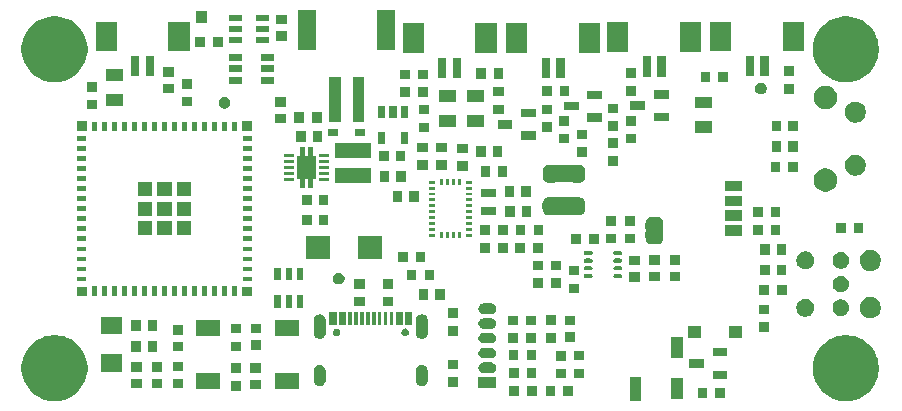
<source format=gbr>
%TF.GenerationSoftware,KiCad,Pcbnew,9.0.0*%
%TF.CreationDate,2025-07-25T12:15:42+02:00*%
%TF.ProjectId,Spruzzatore,53707275-7a7a-4617-946f-72652e6b6963,rev?*%
%TF.SameCoordinates,Original*%
%TF.FileFunction,Soldermask,Top*%
%TF.FilePolarity,Negative*%
%FSLAX46Y46*%
G04 Gerber Fmt 4.6, Leading zero omitted, Abs format (unit mm)*
G04 Created by KiCad (PCBNEW 9.0.0) date 2025-07-25 12:15:42*
%MOMM*%
%LPD*%
G01*
G04 APERTURE LIST*
G04 APERTURE END LIST*
G36*
X115149017Y-104749561D02*
G01*
X115455139Y-104819431D01*
X115751514Y-104923137D01*
X116034413Y-105059374D01*
X116300280Y-105226430D01*
X116545770Y-105422202D01*
X116767798Y-105644230D01*
X116963570Y-105889720D01*
X117130626Y-106155587D01*
X117266863Y-106438486D01*
X117370569Y-106734861D01*
X117440439Y-107040983D01*
X117475595Y-107353003D01*
X117475595Y-107666997D01*
X117440439Y-107979017D01*
X117370569Y-108285139D01*
X117266863Y-108581514D01*
X117130626Y-108864413D01*
X116963570Y-109130280D01*
X116767798Y-109375770D01*
X116545770Y-109597798D01*
X116300280Y-109793570D01*
X116034413Y-109960626D01*
X115751514Y-110096863D01*
X115455139Y-110200569D01*
X115149017Y-110270439D01*
X114836997Y-110305595D01*
X114523003Y-110305595D01*
X114210983Y-110270439D01*
X113904861Y-110200569D01*
X113608486Y-110096863D01*
X113325587Y-109960626D01*
X113059720Y-109793570D01*
X112814230Y-109597798D01*
X112592202Y-109375770D01*
X112396430Y-109130280D01*
X112229374Y-108864413D01*
X112093137Y-108581514D01*
X111989431Y-108285139D01*
X111919561Y-107979017D01*
X111884405Y-107666997D01*
X111884405Y-107353003D01*
X111919561Y-107040983D01*
X111989431Y-106734861D01*
X112093137Y-106438486D01*
X112229374Y-106155587D01*
X112396430Y-105889720D01*
X112592202Y-105644230D01*
X112814230Y-105422202D01*
X113059720Y-105226430D01*
X113325587Y-105059374D01*
X113608486Y-104923137D01*
X113904861Y-104819431D01*
X114210983Y-104749561D01*
X114523003Y-104714405D01*
X114836997Y-104714405D01*
X115149017Y-104749561D01*
G37*
G36*
X182149017Y-104749561D02*
G01*
X182455139Y-104819431D01*
X182751514Y-104923137D01*
X183034413Y-105059374D01*
X183300280Y-105226430D01*
X183545770Y-105422202D01*
X183767798Y-105644230D01*
X183963570Y-105889720D01*
X184130626Y-106155587D01*
X184266863Y-106438486D01*
X184370569Y-106734861D01*
X184440439Y-107040983D01*
X184475595Y-107353003D01*
X184475595Y-107666997D01*
X184440439Y-107979017D01*
X184370569Y-108285139D01*
X184266863Y-108581514D01*
X184130626Y-108864413D01*
X183963570Y-109130280D01*
X183767798Y-109375770D01*
X183545770Y-109597798D01*
X183300280Y-109793570D01*
X183034413Y-109960626D01*
X182751514Y-110096863D01*
X182455139Y-110200569D01*
X182149017Y-110270439D01*
X181836997Y-110305595D01*
X181523003Y-110305595D01*
X181210983Y-110270439D01*
X180904861Y-110200569D01*
X180608486Y-110096863D01*
X180325587Y-109960626D01*
X180059720Y-109793570D01*
X179814230Y-109597798D01*
X179592202Y-109375770D01*
X179396430Y-109130280D01*
X179229374Y-108864413D01*
X179093137Y-108581514D01*
X178989431Y-108285139D01*
X178919561Y-107979017D01*
X178884405Y-107666997D01*
X178884405Y-107353003D01*
X178919561Y-107040983D01*
X178989431Y-106734861D01*
X179093137Y-106438486D01*
X179229374Y-106155587D01*
X179396430Y-105889720D01*
X179592202Y-105644230D01*
X179814230Y-105422202D01*
X180059720Y-105226430D01*
X180325587Y-105059374D01*
X180608486Y-104923137D01*
X180904861Y-104819431D01*
X181210983Y-104749561D01*
X181523003Y-104714405D01*
X181836997Y-104714405D01*
X182149017Y-104749561D01*
G37*
G36*
X164370000Y-110260000D02*
G01*
X163370000Y-110260000D01*
X163370000Y-108260000D01*
X164370000Y-108260000D01*
X164370000Y-110260000D01*
G37*
G36*
X167870000Y-110160000D02*
G01*
X166870000Y-110160000D01*
X166870000Y-108360000D01*
X167870000Y-108360000D01*
X167870000Y-110160000D01*
G37*
G36*
X169945000Y-110040000D02*
G01*
X169135000Y-110040000D01*
X169135000Y-109180000D01*
X169945000Y-109180000D01*
X169945000Y-110040000D01*
G37*
G36*
X171445000Y-110040000D02*
G01*
X170635000Y-110040000D01*
X170635000Y-109180000D01*
X171445000Y-109180000D01*
X171445000Y-110040000D01*
G37*
G36*
X157065000Y-109900000D02*
G01*
X156255000Y-109900000D01*
X156255000Y-109040000D01*
X157065000Y-109040000D01*
X157065000Y-109900000D01*
G37*
G36*
X158565000Y-109900000D02*
G01*
X157755000Y-109900000D01*
X157755000Y-109040000D01*
X158565000Y-109040000D01*
X158565000Y-109900000D01*
G37*
G36*
X154005000Y-109860000D02*
G01*
X153195000Y-109860000D01*
X153195000Y-109000000D01*
X154005000Y-109000000D01*
X154005000Y-109860000D01*
G37*
G36*
X155505000Y-109860000D02*
G01*
X154695000Y-109860000D01*
X154695000Y-109000000D01*
X155505000Y-109000000D01*
X155505000Y-109860000D01*
G37*
G36*
X130510000Y-109415000D02*
G01*
X129650000Y-109415000D01*
X129650000Y-108605000D01*
X130510000Y-108605000D01*
X130510000Y-109415000D01*
G37*
G36*
X132160000Y-109310000D02*
G01*
X131260000Y-109310000D01*
X131260000Y-108510000D01*
X132160000Y-108510000D01*
X132160000Y-109310000D01*
G37*
G36*
X128660000Y-109305000D02*
G01*
X126660000Y-109305000D01*
X126660000Y-107955000D01*
X128660000Y-107955000D01*
X128660000Y-109305000D01*
G37*
G36*
X135360000Y-109275000D02*
G01*
X133360000Y-109275000D01*
X133360000Y-107925000D01*
X135360000Y-107925000D01*
X135360000Y-109275000D01*
G37*
G36*
X122060000Y-109210000D02*
G01*
X121160000Y-109210000D01*
X121160000Y-108410000D01*
X122060000Y-108410000D01*
X122060000Y-109210000D01*
G37*
G36*
X123810000Y-109210000D02*
G01*
X122910000Y-109210000D01*
X122910000Y-108410000D01*
X123810000Y-108410000D01*
X123810000Y-109210000D01*
G37*
G36*
X125570000Y-109190000D02*
G01*
X124670000Y-109190000D01*
X124670000Y-108390000D01*
X125570000Y-108390000D01*
X125570000Y-109190000D01*
G37*
G36*
X152090000Y-109170000D02*
G01*
X150570000Y-109170000D01*
X150570000Y-108270000D01*
X152090000Y-108270000D01*
X152090000Y-109170000D01*
G37*
G36*
X148840000Y-109105000D02*
G01*
X147980000Y-109105000D01*
X147980000Y-108295000D01*
X148840000Y-108295000D01*
X148840000Y-109105000D01*
G37*
G36*
X137331342Y-107268060D02*
G01*
X137444381Y-107333323D01*
X137536677Y-107425619D01*
X137601940Y-107538658D01*
X137635722Y-107664737D01*
X137640000Y-107730000D01*
X137640000Y-108530000D01*
X137635722Y-108595263D01*
X137601940Y-108721342D01*
X137536677Y-108834381D01*
X137444381Y-108926677D01*
X137331342Y-108991940D01*
X137205263Y-109025722D01*
X137074737Y-109025722D01*
X136948658Y-108991940D01*
X136835619Y-108926677D01*
X136743323Y-108834381D01*
X136678060Y-108721342D01*
X136644278Y-108595263D01*
X136640000Y-108530000D01*
X136640000Y-107730000D01*
X136644278Y-107664737D01*
X136678060Y-107538658D01*
X136743323Y-107425619D01*
X136835619Y-107333323D01*
X136948658Y-107268060D01*
X137074737Y-107234278D01*
X137205263Y-107234278D01*
X137331342Y-107268060D01*
G37*
G36*
X145971342Y-107268060D02*
G01*
X146084381Y-107333323D01*
X146176677Y-107425619D01*
X146241940Y-107538658D01*
X146275722Y-107664737D01*
X146280000Y-107730000D01*
X146280000Y-108530000D01*
X146275722Y-108595263D01*
X146241940Y-108721342D01*
X146176677Y-108834381D01*
X146084381Y-108926677D01*
X145971342Y-108991940D01*
X145845263Y-109025722D01*
X145714737Y-109025722D01*
X145588658Y-108991940D01*
X145475619Y-108926677D01*
X145383323Y-108834381D01*
X145318060Y-108721342D01*
X145284278Y-108595263D01*
X145280000Y-108530000D01*
X145280000Y-107730000D01*
X145284278Y-107664737D01*
X145318060Y-107538658D01*
X145383323Y-107425619D01*
X145475619Y-107333323D01*
X145588658Y-107268060D01*
X145714737Y-107234278D01*
X145845263Y-107234278D01*
X145971342Y-107268060D01*
G37*
G36*
X171655000Y-108410000D02*
G01*
X170405000Y-108410000D01*
X170405000Y-107710000D01*
X171655000Y-107710000D01*
X171655000Y-108410000D01*
G37*
G36*
X153985000Y-108370000D02*
G01*
X153175000Y-108370000D01*
X153175000Y-107510000D01*
X153985000Y-107510000D01*
X153985000Y-108370000D01*
G37*
G36*
X155485000Y-108370000D02*
G01*
X154675000Y-108370000D01*
X154675000Y-107510000D01*
X155485000Y-107510000D01*
X155485000Y-108370000D01*
G37*
G36*
X157990000Y-108365000D02*
G01*
X157130000Y-108365000D01*
X157130000Y-107555000D01*
X157990000Y-107555000D01*
X157990000Y-108365000D01*
G37*
G36*
X159510000Y-108355000D02*
G01*
X158650000Y-108355000D01*
X158650000Y-107545000D01*
X159510000Y-107545000D01*
X159510000Y-108355000D01*
G37*
G36*
X151698737Y-107023850D02*
G01*
X151812208Y-107054254D01*
X151913943Y-107112991D01*
X151997009Y-107196057D01*
X152055746Y-107297792D01*
X152086150Y-107411263D01*
X152086150Y-107528737D01*
X152055746Y-107642208D01*
X151997009Y-107743943D01*
X151913943Y-107827009D01*
X151812208Y-107885746D01*
X151698737Y-107916150D01*
X151640000Y-107920000D01*
X151638029Y-107920000D01*
X151021971Y-107920000D01*
X151020000Y-107920000D01*
X150961263Y-107916150D01*
X150847792Y-107885746D01*
X150746057Y-107827009D01*
X150662991Y-107743943D01*
X150604254Y-107642208D01*
X150573850Y-107528737D01*
X150573850Y-107411263D01*
X150604254Y-107297792D01*
X150662991Y-107196057D01*
X150746057Y-107112991D01*
X150847792Y-107054254D01*
X150961263Y-107023850D01*
X151020000Y-107020000D01*
X151640000Y-107020000D01*
X151698737Y-107023850D01*
G37*
G36*
X130510000Y-107915000D02*
G01*
X129650000Y-107915000D01*
X129650000Y-107105000D01*
X130510000Y-107105000D01*
X130510000Y-107915000D01*
G37*
G36*
X132160000Y-107910000D02*
G01*
X131260000Y-107910000D01*
X131260000Y-107110000D01*
X132160000Y-107110000D01*
X132160000Y-107910000D01*
G37*
G36*
X120385000Y-107835000D02*
G01*
X118655000Y-107835000D01*
X118655000Y-106345000D01*
X120385000Y-106345000D01*
X120385000Y-107835000D01*
G37*
G36*
X122060000Y-107810000D02*
G01*
X121160000Y-107810000D01*
X121160000Y-107010000D01*
X122060000Y-107010000D01*
X122060000Y-107810000D01*
G37*
G36*
X123810000Y-107810000D02*
G01*
X122910000Y-107810000D01*
X122910000Y-107010000D01*
X123810000Y-107010000D01*
X123810000Y-107810000D01*
G37*
G36*
X125570000Y-107790000D02*
G01*
X124670000Y-107790000D01*
X124670000Y-106990000D01*
X125570000Y-106990000D01*
X125570000Y-107790000D01*
G37*
G36*
X148840000Y-107605000D02*
G01*
X147980000Y-107605000D01*
X147980000Y-106795000D01*
X148840000Y-106795000D01*
X148840000Y-107605000D01*
G37*
G36*
X169655000Y-107460000D02*
G01*
X168405000Y-107460000D01*
X168405000Y-106760000D01*
X169655000Y-106760000D01*
X169655000Y-107460000D01*
G37*
G36*
X157990000Y-106865000D02*
G01*
X157130000Y-106865000D01*
X157130000Y-106055000D01*
X157990000Y-106055000D01*
X157990000Y-106865000D01*
G37*
G36*
X159510000Y-106855000D02*
G01*
X158650000Y-106855000D01*
X158650000Y-106045000D01*
X159510000Y-106045000D01*
X159510000Y-106855000D01*
G37*
G36*
X153955000Y-106850000D02*
G01*
X153145000Y-106850000D01*
X153145000Y-105990000D01*
X153955000Y-105990000D01*
X153955000Y-106850000D01*
G37*
G36*
X155455000Y-106850000D02*
G01*
X154645000Y-106850000D01*
X154645000Y-105990000D01*
X155455000Y-105990000D01*
X155455000Y-106850000D01*
G37*
G36*
X151698737Y-105763850D02*
G01*
X151812208Y-105794254D01*
X151913943Y-105852991D01*
X151997009Y-105936057D01*
X152055746Y-106037792D01*
X152086150Y-106151263D01*
X152086150Y-106268737D01*
X152055746Y-106382208D01*
X151997009Y-106483943D01*
X151913943Y-106567009D01*
X151812208Y-106625746D01*
X151698737Y-106656150D01*
X151640000Y-106660000D01*
X151638029Y-106660000D01*
X151021971Y-106660000D01*
X151020000Y-106660000D01*
X150961263Y-106656150D01*
X150847792Y-106625746D01*
X150746057Y-106567009D01*
X150662991Y-106483943D01*
X150604254Y-106382208D01*
X150573850Y-106268737D01*
X150573850Y-106151263D01*
X150604254Y-106037792D01*
X150662991Y-105936057D01*
X150746057Y-105852991D01*
X150847792Y-105794254D01*
X150961263Y-105763850D01*
X151020000Y-105760000D01*
X151640000Y-105760000D01*
X151698737Y-105763850D01*
G37*
G36*
X167870000Y-106660000D02*
G01*
X166870000Y-106660000D01*
X166870000Y-104860000D01*
X167870000Y-104860000D01*
X167870000Y-106660000D01*
G37*
G36*
X171655000Y-106510000D02*
G01*
X170405000Y-106510000D01*
X170405000Y-105810000D01*
X171655000Y-105810000D01*
X171655000Y-106510000D01*
G37*
G36*
X121990000Y-106120000D02*
G01*
X121190000Y-106120000D01*
X121190000Y-105220000D01*
X121990000Y-105220000D01*
X121990000Y-106120000D01*
G37*
G36*
X123390000Y-106120000D02*
G01*
X122590000Y-106120000D01*
X122590000Y-105220000D01*
X123390000Y-105220000D01*
X123390000Y-106120000D01*
G37*
G36*
X125570000Y-106070000D02*
G01*
X124670000Y-106070000D01*
X124670000Y-105270000D01*
X125570000Y-105270000D01*
X125570000Y-106070000D01*
G37*
G36*
X130470000Y-106065000D02*
G01*
X129610000Y-106065000D01*
X129610000Y-105255000D01*
X130470000Y-105255000D01*
X130470000Y-106065000D01*
G37*
G36*
X132185000Y-105950000D02*
G01*
X131285000Y-105950000D01*
X131285000Y-105150000D01*
X132185000Y-105150000D01*
X132185000Y-105950000D01*
G37*
G36*
X151698737Y-104513850D02*
G01*
X151812208Y-104544254D01*
X151913943Y-104602991D01*
X151997009Y-104686057D01*
X152055746Y-104787792D01*
X152086150Y-104901263D01*
X152086150Y-105018737D01*
X152055746Y-105132208D01*
X151997009Y-105233943D01*
X151913943Y-105317009D01*
X151812208Y-105375746D01*
X151698737Y-105406150D01*
X151640000Y-105410000D01*
X151638029Y-105410000D01*
X151021971Y-105410000D01*
X151020000Y-105410000D01*
X150961263Y-105406150D01*
X150847792Y-105375746D01*
X150746057Y-105317009D01*
X150662991Y-105233943D01*
X150604254Y-105132208D01*
X150573850Y-105018737D01*
X150573850Y-104901263D01*
X150604254Y-104787792D01*
X150662991Y-104686057D01*
X150746057Y-104602991D01*
X150847792Y-104544254D01*
X150961263Y-104513850D01*
X151020000Y-104510000D01*
X151640000Y-104510000D01*
X151698737Y-104513850D01*
G37*
G36*
X153960000Y-105365000D02*
G01*
X153100000Y-105365000D01*
X153100000Y-104555000D01*
X153960000Y-104555000D01*
X153960000Y-105365000D01*
G37*
G36*
X155470000Y-105365000D02*
G01*
X154610000Y-105365000D01*
X154610000Y-104555000D01*
X155470000Y-104555000D01*
X155470000Y-105365000D01*
G37*
G36*
X157120000Y-105355000D02*
G01*
X156260000Y-105355000D01*
X156260000Y-104545000D01*
X157120000Y-104545000D01*
X157120000Y-105355000D01*
G37*
G36*
X158780000Y-105280000D02*
G01*
X157880000Y-105280000D01*
X157880000Y-104480000D01*
X158780000Y-104480000D01*
X158780000Y-105280000D01*
G37*
G36*
X137331342Y-102968060D02*
G01*
X137444381Y-103033323D01*
X137536677Y-103125619D01*
X137601940Y-103238658D01*
X137635722Y-103364737D01*
X137640000Y-103430000D01*
X137640000Y-104530000D01*
X137635722Y-104595263D01*
X137601940Y-104721342D01*
X137536677Y-104834381D01*
X137444381Y-104926677D01*
X137331342Y-104991940D01*
X137205263Y-105025722D01*
X137074737Y-105025722D01*
X136948658Y-104991940D01*
X136835619Y-104926677D01*
X136743323Y-104834381D01*
X136678060Y-104721342D01*
X136644278Y-104595263D01*
X136640000Y-104530000D01*
X136640000Y-103430000D01*
X136644278Y-103364737D01*
X136678060Y-103238658D01*
X136743323Y-103125619D01*
X136835619Y-103033323D01*
X136948658Y-102968060D01*
X137074737Y-102934278D01*
X137205263Y-102934278D01*
X137331342Y-102968060D01*
G37*
G36*
X145971342Y-102968060D02*
G01*
X146084381Y-103033323D01*
X146176677Y-103125619D01*
X146241940Y-103238658D01*
X146275722Y-103364737D01*
X146280000Y-103430000D01*
X146280000Y-104530000D01*
X146275722Y-104595263D01*
X146241940Y-104721342D01*
X146176677Y-104834381D01*
X146084381Y-104926677D01*
X145971342Y-104991940D01*
X145845263Y-105025722D01*
X145714737Y-105025722D01*
X145588658Y-104991940D01*
X145475619Y-104926677D01*
X145383323Y-104834381D01*
X145318060Y-104721342D01*
X145284278Y-104595263D01*
X145280000Y-104530000D01*
X145280000Y-103430000D01*
X145284278Y-103364737D01*
X145318060Y-103238658D01*
X145383323Y-103125619D01*
X145475619Y-103033323D01*
X145588658Y-102968060D01*
X145714737Y-102934278D01*
X145845263Y-102934278D01*
X145971342Y-102968060D01*
G37*
G36*
X169390000Y-104970000D02*
G01*
X168290000Y-104970000D01*
X168290000Y-103970000D01*
X169390000Y-103970000D01*
X169390000Y-104970000D01*
G37*
G36*
X172850000Y-104970000D02*
G01*
X171750000Y-104970000D01*
X171750000Y-103970000D01*
X172850000Y-103970000D01*
X172850000Y-104970000D01*
G37*
G36*
X128660000Y-104805000D02*
G01*
X126660000Y-104805000D01*
X126660000Y-103455000D01*
X128660000Y-103455000D01*
X128660000Y-104805000D01*
G37*
G36*
X138684372Y-104179739D02*
G01*
X138757847Y-104222160D01*
X138817840Y-104282153D01*
X138860261Y-104355628D01*
X138882220Y-104437579D01*
X138882220Y-104522421D01*
X138860261Y-104604372D01*
X138817840Y-104677847D01*
X138757847Y-104737840D01*
X138684372Y-104780261D01*
X138602421Y-104802220D01*
X138517579Y-104802220D01*
X138435628Y-104780261D01*
X138362153Y-104737840D01*
X138302160Y-104677847D01*
X138259739Y-104604372D01*
X138237780Y-104522421D01*
X138237780Y-104437579D01*
X138259739Y-104355628D01*
X138302160Y-104282153D01*
X138362153Y-104222160D01*
X138435628Y-104179739D01*
X138517579Y-104157780D01*
X138602421Y-104157780D01*
X138684372Y-104179739D01*
G37*
G36*
X144484372Y-104169739D02*
G01*
X144557847Y-104212160D01*
X144617840Y-104272153D01*
X144660261Y-104345628D01*
X144682220Y-104427579D01*
X144682220Y-104512421D01*
X144660261Y-104594372D01*
X144617840Y-104667847D01*
X144557847Y-104727840D01*
X144484372Y-104770261D01*
X144402421Y-104792220D01*
X144317579Y-104792220D01*
X144235628Y-104770261D01*
X144162153Y-104727840D01*
X144102160Y-104667847D01*
X144059739Y-104594372D01*
X144037780Y-104512421D01*
X144037780Y-104427579D01*
X144059739Y-104345628D01*
X144102160Y-104272153D01*
X144162153Y-104212160D01*
X144235628Y-104169739D01*
X144317579Y-104147780D01*
X144402421Y-104147780D01*
X144484372Y-104169739D01*
G37*
G36*
X135360000Y-104775000D02*
G01*
X133360000Y-104775000D01*
X133360000Y-103425000D01*
X135360000Y-103425000D01*
X135360000Y-104775000D01*
G37*
G36*
X148840000Y-104755000D02*
G01*
X147980000Y-104755000D01*
X147980000Y-103945000D01*
X148840000Y-103945000D01*
X148840000Y-104755000D01*
G37*
G36*
X125570000Y-104670000D02*
G01*
X124670000Y-104670000D01*
X124670000Y-103870000D01*
X125570000Y-103870000D01*
X125570000Y-104670000D01*
G37*
G36*
X120385000Y-104655000D02*
G01*
X118655000Y-104655000D01*
X118655000Y-103165000D01*
X120385000Y-103165000D01*
X120385000Y-104655000D01*
G37*
G36*
X130470000Y-104565000D02*
G01*
X129610000Y-104565000D01*
X129610000Y-103755000D01*
X130470000Y-103755000D01*
X130470000Y-104565000D01*
G37*
G36*
X132185000Y-104550000D02*
G01*
X131285000Y-104550000D01*
X131285000Y-103750000D01*
X132185000Y-103750000D01*
X132185000Y-104550000D01*
G37*
G36*
X175170000Y-104445000D02*
G01*
X174310000Y-104445000D01*
X174310000Y-103635000D01*
X175170000Y-103635000D01*
X175170000Y-104445000D01*
G37*
G36*
X121990000Y-104370000D02*
G01*
X121190000Y-104370000D01*
X121190000Y-103470000D01*
X121990000Y-103470000D01*
X121990000Y-104370000D01*
G37*
G36*
X123390000Y-104370000D02*
G01*
X122590000Y-104370000D01*
X122590000Y-103470000D01*
X123390000Y-103470000D01*
X123390000Y-104370000D01*
G37*
G36*
X151698737Y-103273850D02*
G01*
X151812208Y-103304254D01*
X151913943Y-103362991D01*
X151997009Y-103446057D01*
X152055746Y-103547792D01*
X152086150Y-103661263D01*
X152086150Y-103778737D01*
X152055746Y-103892208D01*
X151997009Y-103993943D01*
X151913943Y-104077009D01*
X151812208Y-104135746D01*
X151698737Y-104166150D01*
X151640000Y-104170000D01*
X151638029Y-104170000D01*
X151021971Y-104170000D01*
X151020000Y-104170000D01*
X150961263Y-104166150D01*
X150847792Y-104135746D01*
X150746057Y-104077009D01*
X150662991Y-103993943D01*
X150604254Y-103892208D01*
X150573850Y-103778737D01*
X150573850Y-103661263D01*
X150604254Y-103547792D01*
X150662991Y-103446057D01*
X150746057Y-103362991D01*
X150847792Y-103304254D01*
X150961263Y-103273850D01*
X151020000Y-103270000D01*
X151640000Y-103270000D01*
X151698737Y-103273850D01*
G37*
G36*
X138560000Y-103885000D02*
G01*
X137960000Y-103885000D01*
X137960000Y-102735000D01*
X138560000Y-102735000D01*
X138560000Y-103885000D01*
G37*
G36*
X139360000Y-103885000D02*
G01*
X138760000Y-103885000D01*
X138760000Y-102735000D01*
X139360000Y-102735000D01*
X139360000Y-103885000D01*
G37*
G36*
X139860000Y-103885000D02*
G01*
X139560000Y-103885000D01*
X139560000Y-102735000D01*
X139860000Y-102735000D01*
X139860000Y-103885000D01*
G37*
G36*
X140360000Y-103885000D02*
G01*
X140060000Y-103885000D01*
X140060000Y-102735000D01*
X140360000Y-102735000D01*
X140360000Y-103885000D01*
G37*
G36*
X140860000Y-103885000D02*
G01*
X140560000Y-103885000D01*
X140560000Y-102735000D01*
X140860000Y-102735000D01*
X140860000Y-103885000D01*
G37*
G36*
X141360000Y-103885000D02*
G01*
X141060000Y-103885000D01*
X141060000Y-102735000D01*
X141360000Y-102735000D01*
X141360000Y-103885000D01*
G37*
G36*
X141860000Y-103885000D02*
G01*
X141560000Y-103885000D01*
X141560000Y-102735000D01*
X141860000Y-102735000D01*
X141860000Y-103885000D01*
G37*
G36*
X142360000Y-103885000D02*
G01*
X142060000Y-103885000D01*
X142060000Y-102735000D01*
X142360000Y-102735000D01*
X142360000Y-103885000D01*
G37*
G36*
X142860000Y-103885000D02*
G01*
X142560000Y-103885000D01*
X142560000Y-102735000D01*
X142860000Y-102735000D01*
X142860000Y-103885000D01*
G37*
G36*
X143360000Y-103885000D02*
G01*
X143060000Y-103885000D01*
X143060000Y-102735000D01*
X143360000Y-102735000D01*
X143360000Y-103885000D01*
G37*
G36*
X144160000Y-103885000D02*
G01*
X143560000Y-103885000D01*
X143560000Y-102735000D01*
X144160000Y-102735000D01*
X144160000Y-103885000D01*
G37*
G36*
X144960000Y-103885000D02*
G01*
X144360000Y-103885000D01*
X144360000Y-102735000D01*
X144960000Y-102735000D01*
X144960000Y-103885000D01*
G37*
G36*
X158780000Y-103880000D02*
G01*
X157880000Y-103880000D01*
X157880000Y-103080000D01*
X158780000Y-103080000D01*
X158780000Y-103880000D01*
G37*
G36*
X153960000Y-103865000D02*
G01*
X153100000Y-103865000D01*
X153100000Y-103055000D01*
X153960000Y-103055000D01*
X153960000Y-103865000D01*
G37*
G36*
X155470000Y-103865000D02*
G01*
X154610000Y-103865000D01*
X154610000Y-103055000D01*
X155470000Y-103055000D01*
X155470000Y-103865000D01*
G37*
G36*
X157120000Y-103855000D02*
G01*
X156260000Y-103855000D01*
X156260000Y-103045000D01*
X157120000Y-103045000D01*
X157120000Y-103855000D01*
G37*
G36*
X184011256Y-101518754D02*
G01*
X184174257Y-101586271D01*
X184320954Y-101684291D01*
X184445709Y-101809046D01*
X184543729Y-101955743D01*
X184611246Y-102118744D01*
X184645666Y-102291785D01*
X184645666Y-102468215D01*
X184611246Y-102641256D01*
X184543729Y-102804257D01*
X184445709Y-102950954D01*
X184320954Y-103075709D01*
X184174257Y-103173729D01*
X184011256Y-103241246D01*
X183838215Y-103275666D01*
X183661785Y-103275666D01*
X183488744Y-103241246D01*
X183325743Y-103173729D01*
X183179046Y-103075709D01*
X183054291Y-102950954D01*
X182956271Y-102804257D01*
X182888754Y-102641256D01*
X182854334Y-102468215D01*
X182854334Y-102291785D01*
X182888754Y-102118744D01*
X182956271Y-101955743D01*
X183054291Y-101809046D01*
X183179046Y-101684291D01*
X183325743Y-101586271D01*
X183488744Y-101518754D01*
X183661785Y-101484334D01*
X183838215Y-101484334D01*
X184011256Y-101518754D01*
G37*
G36*
X148840000Y-103255000D02*
G01*
X147980000Y-103255000D01*
X147980000Y-102445000D01*
X148840000Y-102445000D01*
X148840000Y-103255000D01*
G37*
G36*
X178470616Y-101652725D02*
G01*
X178608262Y-101709740D01*
X178732139Y-101792512D01*
X178837488Y-101897861D01*
X178920260Y-102021738D01*
X178977275Y-102159384D01*
X179006340Y-102305507D01*
X179006340Y-102454493D01*
X178977275Y-102600616D01*
X178920260Y-102738262D01*
X178837488Y-102862139D01*
X178732139Y-102967488D01*
X178608262Y-103050260D01*
X178470616Y-103107275D01*
X178324493Y-103136340D01*
X178175507Y-103136340D01*
X178029384Y-103107275D01*
X177891738Y-103050260D01*
X177767861Y-102967488D01*
X177662512Y-102862139D01*
X177579740Y-102738262D01*
X177522725Y-102600616D01*
X177493660Y-102454493D01*
X177493660Y-102305507D01*
X177522725Y-102159384D01*
X177579740Y-102021738D01*
X177662512Y-101897861D01*
X177767861Y-101792512D01*
X177891738Y-101709740D01*
X178029384Y-101652725D01*
X178175507Y-101623660D01*
X178324493Y-101623660D01*
X178470616Y-101652725D01*
G37*
G36*
X181453199Y-101710142D02*
G01*
X181579978Y-101762655D01*
X181694075Y-101838893D01*
X181791107Y-101935925D01*
X181867345Y-102050022D01*
X181919858Y-102176801D01*
X181946629Y-102311388D01*
X181946629Y-102448612D01*
X181919858Y-102583199D01*
X181867345Y-102709978D01*
X181791107Y-102824075D01*
X181694075Y-102921107D01*
X181579978Y-102997345D01*
X181453199Y-103049858D01*
X181318612Y-103076629D01*
X181181388Y-103076629D01*
X181046801Y-103049858D01*
X180920022Y-102997345D01*
X180805925Y-102921107D01*
X180708893Y-102824075D01*
X180632655Y-102709978D01*
X180580142Y-102583199D01*
X180553371Y-102448612D01*
X180553371Y-102311388D01*
X180580142Y-102176801D01*
X180632655Y-102050022D01*
X180708893Y-101935925D01*
X180805925Y-101838893D01*
X180920022Y-101762655D01*
X181046801Y-101710142D01*
X181181388Y-101683371D01*
X181318612Y-101683371D01*
X181453199Y-101710142D01*
G37*
G36*
X175170000Y-102945000D02*
G01*
X174310000Y-102945000D01*
X174310000Y-102135000D01*
X175170000Y-102135000D01*
X175170000Y-102945000D01*
G37*
G36*
X151698737Y-102023850D02*
G01*
X151812208Y-102054254D01*
X151913943Y-102112991D01*
X151997009Y-102196057D01*
X152055746Y-102297792D01*
X152086150Y-102411263D01*
X152086150Y-102528737D01*
X152055746Y-102642208D01*
X151997009Y-102743943D01*
X151913943Y-102827009D01*
X151812208Y-102885746D01*
X151698737Y-102916150D01*
X151640000Y-102920000D01*
X151638029Y-102920000D01*
X151021971Y-102920000D01*
X151020000Y-102920000D01*
X150961263Y-102916150D01*
X150847792Y-102885746D01*
X150746057Y-102827009D01*
X150662991Y-102743943D01*
X150604254Y-102642208D01*
X150573850Y-102528737D01*
X150573850Y-102411263D01*
X150604254Y-102297792D01*
X150662991Y-102196057D01*
X150746057Y-102112991D01*
X150847792Y-102054254D01*
X150961263Y-102023850D01*
X151020000Y-102020000D01*
X151640000Y-102020000D01*
X151698737Y-102023850D01*
G37*
G36*
X133835000Y-102385000D02*
G01*
X133305000Y-102385000D01*
X133305000Y-101315000D01*
X133835000Y-101315000D01*
X133835000Y-102385000D01*
G37*
G36*
X134785000Y-102385000D02*
G01*
X134255000Y-102385000D01*
X134255000Y-101315000D01*
X134785000Y-101315000D01*
X134785000Y-102385000D01*
G37*
G36*
X135735000Y-102385000D02*
G01*
X135205000Y-102385000D01*
X135205000Y-101315000D01*
X135735000Y-101315000D01*
X135735000Y-102385000D01*
G37*
G36*
X140930000Y-102275000D02*
G01*
X140070000Y-102275000D01*
X140070000Y-101465000D01*
X140930000Y-101465000D01*
X140930000Y-102275000D01*
G37*
G36*
X143380000Y-102275000D02*
G01*
X142520000Y-102275000D01*
X142520000Y-101465000D01*
X143380000Y-101465000D01*
X143380000Y-102275000D01*
G37*
G36*
X146330000Y-101720000D02*
G01*
X145530000Y-101720000D01*
X145530000Y-100820000D01*
X146330000Y-100820000D01*
X146330000Y-101720000D01*
G37*
G36*
X147730000Y-101720000D02*
G01*
X146930000Y-101720000D01*
X146930000Y-100820000D01*
X147730000Y-100820000D01*
X147730000Y-101720000D01*
G37*
G36*
X117390000Y-101410000D02*
G01*
X116590000Y-101410000D01*
X116590000Y-100610000D01*
X117390000Y-100610000D01*
X117390000Y-101410000D01*
G37*
G36*
X131390000Y-101410000D02*
G01*
X130590000Y-101410000D01*
X130590000Y-100610000D01*
X131390000Y-100610000D01*
X131390000Y-101410000D01*
G37*
G36*
X118240000Y-101390000D02*
G01*
X117840000Y-101390000D01*
X117840000Y-100590000D01*
X118240000Y-100590000D01*
X118240000Y-101390000D01*
G37*
G36*
X119090000Y-101390000D02*
G01*
X118690000Y-101390000D01*
X118690000Y-100590000D01*
X119090000Y-100590000D01*
X119090000Y-101390000D01*
G37*
G36*
X119940000Y-101390000D02*
G01*
X119540000Y-101390000D01*
X119540000Y-100590000D01*
X119940000Y-100590000D01*
X119940000Y-101390000D01*
G37*
G36*
X120790000Y-101390000D02*
G01*
X120390000Y-101390000D01*
X120390000Y-100590000D01*
X120790000Y-100590000D01*
X120790000Y-101390000D01*
G37*
G36*
X121640000Y-101390000D02*
G01*
X121240000Y-101390000D01*
X121240000Y-100590000D01*
X121640000Y-100590000D01*
X121640000Y-101390000D01*
G37*
G36*
X122490000Y-101390000D02*
G01*
X122090000Y-101390000D01*
X122090000Y-100590000D01*
X122490000Y-100590000D01*
X122490000Y-101390000D01*
G37*
G36*
X123340000Y-101390000D02*
G01*
X122940000Y-101390000D01*
X122940000Y-100590000D01*
X123340000Y-100590000D01*
X123340000Y-101390000D01*
G37*
G36*
X124190000Y-101390000D02*
G01*
X123790000Y-101390000D01*
X123790000Y-100590000D01*
X124190000Y-100590000D01*
X124190000Y-101390000D01*
G37*
G36*
X125040000Y-101390000D02*
G01*
X124640000Y-101390000D01*
X124640000Y-100590000D01*
X125040000Y-100590000D01*
X125040000Y-101390000D01*
G37*
G36*
X125890000Y-101390000D02*
G01*
X125490000Y-101390000D01*
X125490000Y-100590000D01*
X125890000Y-100590000D01*
X125890000Y-101390000D01*
G37*
G36*
X126740000Y-101390000D02*
G01*
X126340000Y-101390000D01*
X126340000Y-100590000D01*
X126740000Y-100590000D01*
X126740000Y-101390000D01*
G37*
G36*
X127590000Y-101390000D02*
G01*
X127190000Y-101390000D01*
X127190000Y-100590000D01*
X127590000Y-100590000D01*
X127590000Y-101390000D01*
G37*
G36*
X128440000Y-101390000D02*
G01*
X128040000Y-101390000D01*
X128040000Y-100590000D01*
X128440000Y-100590000D01*
X128440000Y-101390000D01*
G37*
G36*
X129290000Y-101390000D02*
G01*
X128890000Y-101390000D01*
X128890000Y-100590000D01*
X129290000Y-100590000D01*
X129290000Y-101390000D01*
G37*
G36*
X130140000Y-101390000D02*
G01*
X129740000Y-101390000D01*
X129740000Y-100590000D01*
X130140000Y-100590000D01*
X130140000Y-101390000D01*
G37*
G36*
X175165000Y-101310000D02*
G01*
X174355000Y-101310000D01*
X174355000Y-100450000D01*
X175165000Y-100450000D01*
X175165000Y-101310000D01*
G37*
G36*
X176665000Y-101310000D02*
G01*
X175855000Y-101310000D01*
X175855000Y-100450000D01*
X176665000Y-100450000D01*
X176665000Y-101310000D01*
G37*
G36*
X159080000Y-101155000D02*
G01*
X158220000Y-101155000D01*
X158220000Y-100345000D01*
X159080000Y-100345000D01*
X159080000Y-101155000D01*
G37*
G36*
X181453199Y-99710142D02*
G01*
X181579978Y-99762655D01*
X181694075Y-99838893D01*
X181791107Y-99935925D01*
X181867345Y-100050022D01*
X181919858Y-100176801D01*
X181946629Y-100311388D01*
X181946629Y-100448612D01*
X181919858Y-100583199D01*
X181867345Y-100709978D01*
X181791107Y-100824075D01*
X181694075Y-100921107D01*
X181579978Y-100997345D01*
X181453199Y-101049858D01*
X181318612Y-101076629D01*
X181181388Y-101076629D01*
X181046801Y-101049858D01*
X180920022Y-100997345D01*
X180805925Y-100921107D01*
X180708893Y-100824075D01*
X180632655Y-100709978D01*
X180580142Y-100583199D01*
X180553371Y-100448612D01*
X180553371Y-100311388D01*
X180580142Y-100176801D01*
X180632655Y-100050022D01*
X180708893Y-99935925D01*
X180805925Y-99838893D01*
X180920022Y-99762655D01*
X181046801Y-99710142D01*
X181181388Y-99683371D01*
X181318612Y-99683371D01*
X181453199Y-99710142D01*
G37*
G36*
X140930000Y-100775000D02*
G01*
X140070000Y-100775000D01*
X140070000Y-99965000D01*
X140930000Y-99965000D01*
X140930000Y-100775000D01*
G37*
G36*
X143380000Y-100775000D02*
G01*
X142520000Y-100775000D01*
X142520000Y-99965000D01*
X143380000Y-99965000D01*
X143380000Y-100775000D01*
G37*
G36*
X156080000Y-100715000D02*
G01*
X155220000Y-100715000D01*
X155220000Y-99905000D01*
X156080000Y-99905000D01*
X156080000Y-100715000D01*
G37*
G36*
X157590000Y-100705000D02*
G01*
X156730000Y-100705000D01*
X156730000Y-99895000D01*
X157590000Y-99895000D01*
X157590000Y-100705000D01*
G37*
G36*
X138931342Y-99458060D02*
G01*
X139044381Y-99523323D01*
X139136677Y-99615619D01*
X139201940Y-99728658D01*
X139235722Y-99854737D01*
X139235722Y-99985263D01*
X139201940Y-100111342D01*
X139136677Y-100224381D01*
X139044381Y-100316677D01*
X138931342Y-100381940D01*
X138805263Y-100415722D01*
X138674737Y-100415722D01*
X138548658Y-100381940D01*
X138435619Y-100316677D01*
X138343323Y-100224381D01*
X138278060Y-100111342D01*
X138244278Y-99985263D01*
X138244278Y-99854737D01*
X138278060Y-99728658D01*
X138343323Y-99615619D01*
X138435619Y-99523323D01*
X138548658Y-99458060D01*
X138674737Y-99424278D01*
X138805263Y-99424278D01*
X138931342Y-99458060D01*
G37*
G36*
X164220000Y-100190000D02*
G01*
X163320000Y-100190000D01*
X163320000Y-99390000D01*
X164220000Y-99390000D01*
X164220000Y-100190000D01*
G37*
G36*
X117360000Y-100160000D02*
G01*
X116560000Y-100160000D01*
X116560000Y-99760000D01*
X117360000Y-99760000D01*
X117360000Y-100160000D01*
G37*
G36*
X131420000Y-100160000D02*
G01*
X130620000Y-100160000D01*
X130620000Y-99760000D01*
X131420000Y-99760000D01*
X131420000Y-100160000D01*
G37*
G36*
X165950000Y-100160000D02*
G01*
X165050000Y-100160000D01*
X165050000Y-99360000D01*
X165950000Y-99360000D01*
X165950000Y-100160000D01*
G37*
G36*
X167660000Y-100150000D02*
G01*
X166760000Y-100150000D01*
X166760000Y-99350000D01*
X167660000Y-99350000D01*
X167660000Y-100150000D01*
G37*
G36*
X133835000Y-100085000D02*
G01*
X133305000Y-100085000D01*
X133305000Y-99015000D01*
X133835000Y-99015000D01*
X133835000Y-100085000D01*
G37*
G36*
X134785000Y-100085000D02*
G01*
X134255000Y-100085000D01*
X134255000Y-99015000D01*
X134785000Y-99015000D01*
X134785000Y-100085000D01*
G37*
G36*
X135735000Y-100085000D02*
G01*
X135205000Y-100085000D01*
X135205000Y-99015000D01*
X135735000Y-99015000D01*
X135735000Y-100085000D01*
G37*
G36*
X145325000Y-100070000D02*
G01*
X144515000Y-100070000D01*
X144515000Y-99210000D01*
X145325000Y-99210000D01*
X145325000Y-100070000D01*
G37*
G36*
X146825000Y-100070000D02*
G01*
X146015000Y-100070000D01*
X146015000Y-99210000D01*
X146825000Y-99210000D01*
X146825000Y-100070000D01*
G37*
G36*
X160090116Y-99523459D02*
G01*
X160155003Y-99550335D01*
X160204665Y-99599997D01*
X160231541Y-99664884D01*
X160231541Y-99735116D01*
X160204665Y-99800003D01*
X160155003Y-99849665D01*
X160090116Y-99876541D01*
X160055000Y-99880000D01*
X160052052Y-99880000D01*
X159647948Y-99880000D01*
X159645000Y-99880000D01*
X159609884Y-99876541D01*
X159544997Y-99849665D01*
X159495335Y-99800003D01*
X159468459Y-99735116D01*
X159468459Y-99664884D01*
X159495335Y-99599997D01*
X159544997Y-99550335D01*
X159609884Y-99523459D01*
X159645000Y-99520000D01*
X160055000Y-99520000D01*
X160090116Y-99523459D01*
G37*
G36*
X162610116Y-99523459D02*
G01*
X162675003Y-99550335D01*
X162724665Y-99599997D01*
X162751541Y-99664884D01*
X162751541Y-99735116D01*
X162724665Y-99800003D01*
X162675003Y-99849665D01*
X162610116Y-99876541D01*
X162575000Y-99880000D01*
X162572052Y-99880000D01*
X162167948Y-99880000D01*
X162165000Y-99880000D01*
X162129884Y-99876541D01*
X162064997Y-99849665D01*
X162015335Y-99800003D01*
X161988459Y-99735116D01*
X161988459Y-99664884D01*
X162015335Y-99599997D01*
X162064997Y-99550335D01*
X162129884Y-99523459D01*
X162165000Y-99520000D01*
X162575000Y-99520000D01*
X162610116Y-99523459D01*
G37*
G36*
X159080000Y-99655000D02*
G01*
X158220000Y-99655000D01*
X158220000Y-98845000D01*
X159080000Y-98845000D01*
X159080000Y-99655000D01*
G37*
G36*
X175220000Y-99650000D02*
G01*
X174420000Y-99650000D01*
X174420000Y-98750000D01*
X175220000Y-98750000D01*
X175220000Y-99650000D01*
G37*
G36*
X176620000Y-99650000D02*
G01*
X175820000Y-99650000D01*
X175820000Y-98750000D01*
X176620000Y-98750000D01*
X176620000Y-99650000D01*
G37*
G36*
X117360000Y-99310000D02*
G01*
X116560000Y-99310000D01*
X116560000Y-98910000D01*
X117360000Y-98910000D01*
X117360000Y-99310000D01*
G37*
G36*
X131420000Y-99310000D02*
G01*
X130620000Y-99310000D01*
X130620000Y-98910000D01*
X131420000Y-98910000D01*
X131420000Y-99310000D01*
G37*
G36*
X184011256Y-97518754D02*
G01*
X184174257Y-97586271D01*
X184320954Y-97684291D01*
X184445709Y-97809046D01*
X184543729Y-97955743D01*
X184611246Y-98118744D01*
X184645666Y-98291785D01*
X184645666Y-98468215D01*
X184611246Y-98641256D01*
X184543729Y-98804257D01*
X184445709Y-98950954D01*
X184320954Y-99075709D01*
X184174257Y-99173729D01*
X184011256Y-99241246D01*
X183838215Y-99275666D01*
X183661785Y-99275666D01*
X183488744Y-99241246D01*
X183325743Y-99173729D01*
X183179046Y-99075709D01*
X183054291Y-98950954D01*
X182956271Y-98804257D01*
X182888754Y-98641256D01*
X182854334Y-98468215D01*
X182854334Y-98291785D01*
X182888754Y-98118744D01*
X182956271Y-97955743D01*
X183054291Y-97809046D01*
X183179046Y-97684291D01*
X183325743Y-97586271D01*
X183488744Y-97518754D01*
X183661785Y-97484334D01*
X183838215Y-97484334D01*
X184011256Y-97518754D01*
G37*
G36*
X160090116Y-98873459D02*
G01*
X160155003Y-98900335D01*
X160204665Y-98949997D01*
X160231541Y-99014884D01*
X160231541Y-99085116D01*
X160204665Y-99150003D01*
X160155003Y-99199665D01*
X160090116Y-99226541D01*
X160055000Y-99230000D01*
X160052052Y-99230000D01*
X159647948Y-99230000D01*
X159645000Y-99230000D01*
X159609884Y-99226541D01*
X159544997Y-99199665D01*
X159495335Y-99150003D01*
X159468459Y-99085116D01*
X159468459Y-99014884D01*
X159495335Y-98949997D01*
X159544997Y-98900335D01*
X159609884Y-98873459D01*
X159645000Y-98870000D01*
X160055000Y-98870000D01*
X160090116Y-98873459D01*
G37*
G36*
X162610116Y-98873459D02*
G01*
X162675003Y-98900335D01*
X162724665Y-98949997D01*
X162751541Y-99014884D01*
X162751541Y-99085116D01*
X162724665Y-99150003D01*
X162675003Y-99199665D01*
X162610116Y-99226541D01*
X162575000Y-99230000D01*
X162572052Y-99230000D01*
X162167948Y-99230000D01*
X162165000Y-99230000D01*
X162129884Y-99226541D01*
X162064997Y-99199665D01*
X162015335Y-99150003D01*
X161988459Y-99085116D01*
X161988459Y-99014884D01*
X162015335Y-98949997D01*
X162064997Y-98900335D01*
X162129884Y-98873459D01*
X162165000Y-98870000D01*
X162575000Y-98870000D01*
X162610116Y-98873459D01*
G37*
G36*
X156080000Y-99215000D02*
G01*
X155220000Y-99215000D01*
X155220000Y-98405000D01*
X156080000Y-98405000D01*
X156080000Y-99215000D01*
G37*
G36*
X157590000Y-99205000D02*
G01*
X156730000Y-99205000D01*
X156730000Y-98395000D01*
X157590000Y-98395000D01*
X157590000Y-99205000D01*
G37*
G36*
X178470616Y-97652725D02*
G01*
X178608262Y-97709740D01*
X178732139Y-97792512D01*
X178837488Y-97897861D01*
X178920260Y-98021738D01*
X178977275Y-98159384D01*
X179006340Y-98305507D01*
X179006340Y-98454493D01*
X178977275Y-98600616D01*
X178920260Y-98738262D01*
X178837488Y-98862139D01*
X178732139Y-98967488D01*
X178608262Y-99050260D01*
X178470616Y-99107275D01*
X178324493Y-99136340D01*
X178175507Y-99136340D01*
X178029384Y-99107275D01*
X177891738Y-99050260D01*
X177767861Y-98967488D01*
X177662512Y-98862139D01*
X177579740Y-98738262D01*
X177522725Y-98600616D01*
X177493660Y-98454493D01*
X177493660Y-98305507D01*
X177522725Y-98159384D01*
X177579740Y-98021738D01*
X177662512Y-97897861D01*
X177767861Y-97792512D01*
X177891738Y-97709740D01*
X178029384Y-97652725D01*
X178175507Y-97623660D01*
X178324493Y-97623660D01*
X178470616Y-97652725D01*
G37*
G36*
X181453199Y-97710142D02*
G01*
X181579978Y-97762655D01*
X181694075Y-97838893D01*
X181791107Y-97935925D01*
X181867345Y-98050022D01*
X181919858Y-98176801D01*
X181946629Y-98311388D01*
X181946629Y-98448612D01*
X181919858Y-98583199D01*
X181867345Y-98709978D01*
X181791107Y-98824075D01*
X181694075Y-98921107D01*
X181579978Y-98997345D01*
X181453199Y-99049858D01*
X181318612Y-99076629D01*
X181181388Y-99076629D01*
X181046801Y-99049858D01*
X180920022Y-98997345D01*
X180805925Y-98921107D01*
X180708893Y-98824075D01*
X180632655Y-98709978D01*
X180580142Y-98583199D01*
X180553371Y-98448612D01*
X180553371Y-98311388D01*
X180580142Y-98176801D01*
X180632655Y-98050022D01*
X180708893Y-97935925D01*
X180805925Y-97838893D01*
X180920022Y-97762655D01*
X181046801Y-97710142D01*
X181181388Y-97683371D01*
X181318612Y-97683371D01*
X181453199Y-97710142D01*
G37*
G36*
X164220000Y-98790000D02*
G01*
X163320000Y-98790000D01*
X163320000Y-97990000D01*
X164220000Y-97990000D01*
X164220000Y-98790000D01*
G37*
G36*
X165950000Y-98760000D02*
G01*
X165050000Y-98760000D01*
X165050000Y-97960000D01*
X165950000Y-97960000D01*
X165950000Y-98760000D01*
G37*
G36*
X167660000Y-98750000D02*
G01*
X166760000Y-98750000D01*
X166760000Y-97950000D01*
X167660000Y-97950000D01*
X167660000Y-98750000D01*
G37*
G36*
X160090116Y-98223459D02*
G01*
X160155003Y-98250335D01*
X160204665Y-98299997D01*
X160231541Y-98364884D01*
X160231541Y-98435116D01*
X160204665Y-98500003D01*
X160155003Y-98549665D01*
X160090116Y-98576541D01*
X160055000Y-98580000D01*
X160052052Y-98580000D01*
X159647948Y-98580000D01*
X159645000Y-98580000D01*
X159609884Y-98576541D01*
X159544997Y-98549665D01*
X159495335Y-98500003D01*
X159468459Y-98435116D01*
X159468459Y-98364884D01*
X159495335Y-98299997D01*
X159544997Y-98250335D01*
X159609884Y-98223459D01*
X159645000Y-98220000D01*
X160055000Y-98220000D01*
X160090116Y-98223459D01*
G37*
G36*
X162610116Y-98223459D02*
G01*
X162675003Y-98250335D01*
X162724665Y-98299997D01*
X162751541Y-98364884D01*
X162751541Y-98435116D01*
X162724665Y-98500003D01*
X162675003Y-98549665D01*
X162610116Y-98576541D01*
X162575000Y-98580000D01*
X162572052Y-98580000D01*
X162167948Y-98580000D01*
X162165000Y-98580000D01*
X162129884Y-98576541D01*
X162064997Y-98549665D01*
X162015335Y-98500003D01*
X161988459Y-98435116D01*
X161988459Y-98364884D01*
X162015335Y-98299997D01*
X162064997Y-98250335D01*
X162129884Y-98223459D01*
X162165000Y-98220000D01*
X162575000Y-98220000D01*
X162610116Y-98223459D01*
G37*
G36*
X144575000Y-98520000D02*
G01*
X143765000Y-98520000D01*
X143765000Y-97660000D01*
X144575000Y-97660000D01*
X144575000Y-98520000D01*
G37*
G36*
X146075000Y-98520000D02*
G01*
X145265000Y-98520000D01*
X145265000Y-97660000D01*
X146075000Y-97660000D01*
X146075000Y-98520000D01*
G37*
G36*
X117360000Y-98460000D02*
G01*
X116560000Y-98460000D01*
X116560000Y-98060000D01*
X117360000Y-98060000D01*
X117360000Y-98460000D01*
G37*
G36*
X131420000Y-98460000D02*
G01*
X130620000Y-98460000D01*
X130620000Y-98060000D01*
X131420000Y-98060000D01*
X131420000Y-98460000D01*
G37*
G36*
X137990000Y-98300000D02*
G01*
X135990000Y-98300000D01*
X135990000Y-96300000D01*
X137990000Y-96300000D01*
X137990000Y-98300000D01*
G37*
G36*
X142390000Y-98300000D02*
G01*
X140390000Y-98300000D01*
X140390000Y-96300000D01*
X142390000Y-96300000D01*
X142390000Y-98300000D01*
G37*
G36*
X160090116Y-97563459D02*
G01*
X160155003Y-97590335D01*
X160204665Y-97639997D01*
X160231541Y-97704884D01*
X160231541Y-97775116D01*
X160204665Y-97840003D01*
X160155003Y-97889665D01*
X160090116Y-97916541D01*
X160055000Y-97920000D01*
X160052052Y-97920000D01*
X159647948Y-97920000D01*
X159645000Y-97920000D01*
X159609884Y-97916541D01*
X159544997Y-97889665D01*
X159495335Y-97840003D01*
X159468459Y-97775116D01*
X159468459Y-97704884D01*
X159495335Y-97639997D01*
X159544997Y-97590335D01*
X159609884Y-97563459D01*
X159645000Y-97560000D01*
X160055000Y-97560000D01*
X160090116Y-97563459D01*
G37*
G36*
X162610116Y-97563459D02*
G01*
X162675003Y-97590335D01*
X162724665Y-97639997D01*
X162751541Y-97704884D01*
X162751541Y-97775116D01*
X162724665Y-97840003D01*
X162675003Y-97889665D01*
X162610116Y-97916541D01*
X162575000Y-97920000D01*
X162572052Y-97920000D01*
X162167948Y-97920000D01*
X162165000Y-97920000D01*
X162129884Y-97916541D01*
X162064997Y-97889665D01*
X162015335Y-97840003D01*
X161988459Y-97775116D01*
X161988459Y-97704884D01*
X162015335Y-97639997D01*
X162064997Y-97590335D01*
X162129884Y-97563459D01*
X162165000Y-97560000D01*
X162575000Y-97560000D01*
X162610116Y-97563459D01*
G37*
G36*
X175227500Y-97885000D02*
G01*
X174427500Y-97885000D01*
X174427500Y-96985000D01*
X175227500Y-96985000D01*
X175227500Y-97885000D01*
G37*
G36*
X176627500Y-97885000D02*
G01*
X175827500Y-97885000D01*
X175827500Y-96985000D01*
X176627500Y-96985000D01*
X176627500Y-97885000D01*
G37*
G36*
X151535000Y-97760000D02*
G01*
X150725000Y-97760000D01*
X150725000Y-96900000D01*
X151535000Y-96900000D01*
X151535000Y-97760000D01*
G37*
G36*
X153035000Y-97760000D02*
G01*
X152225000Y-97760000D01*
X152225000Y-96900000D01*
X153035000Y-96900000D01*
X153035000Y-97760000D01*
G37*
G36*
X154515000Y-97760000D02*
G01*
X153705000Y-97760000D01*
X153705000Y-96900000D01*
X154515000Y-96900000D01*
X154515000Y-97760000D01*
G37*
G36*
X156015000Y-97760000D02*
G01*
X155205000Y-97760000D01*
X155205000Y-96900000D01*
X156015000Y-96900000D01*
X156015000Y-97760000D01*
G37*
G36*
X117360000Y-97610000D02*
G01*
X116560000Y-97610000D01*
X116560000Y-97210000D01*
X117360000Y-97210000D01*
X117360000Y-97610000D01*
G37*
G36*
X131420000Y-97610000D02*
G01*
X130620000Y-97610000D01*
X130620000Y-97210000D01*
X131420000Y-97210000D01*
X131420000Y-97610000D01*
G37*
G36*
X165723536Y-94686464D02*
G01*
X165724701Y-94689278D01*
X165781327Y-94689278D01*
X165785263Y-94689278D01*
X165786557Y-94689448D01*
X165912636Y-94723230D01*
X165913842Y-94723730D01*
X165917244Y-94725694D01*
X165917246Y-94725695D01*
X166023473Y-94787025D01*
X166023475Y-94787026D01*
X166026881Y-94788993D01*
X166027917Y-94789787D01*
X166120213Y-94882083D01*
X166121007Y-94883119D01*
X166186270Y-94996158D01*
X166186770Y-94997364D01*
X166220552Y-95123443D01*
X166220722Y-95124737D01*
X166220722Y-95185298D01*
X166223536Y-95186464D01*
X166225000Y-95190000D01*
X166225000Y-95690000D01*
X166223536Y-95693536D01*
X166220251Y-95694895D01*
X166220000Y-95696160D01*
X166220000Y-95983838D01*
X166220251Y-95985104D01*
X166223536Y-95986464D01*
X166225000Y-95990000D01*
X166225000Y-96490000D01*
X166223536Y-96493536D01*
X166220722Y-96494701D01*
X166220722Y-96555263D01*
X166220552Y-96556557D01*
X166186770Y-96682636D01*
X166186270Y-96683842D01*
X166121007Y-96796881D01*
X166120213Y-96797917D01*
X166027917Y-96890213D01*
X166026881Y-96891007D01*
X165913842Y-96956270D01*
X165912636Y-96956770D01*
X165786557Y-96990552D01*
X165785263Y-96990722D01*
X165724701Y-96990722D01*
X165723536Y-96993536D01*
X165720000Y-96995000D01*
X165708066Y-96995000D01*
X165231934Y-96995000D01*
X165220000Y-96995000D01*
X165216464Y-96993536D01*
X165215299Y-96990722D01*
X165158673Y-96990722D01*
X165154737Y-96990722D01*
X165153443Y-96990552D01*
X165027364Y-96956770D01*
X165026158Y-96956270D01*
X164913119Y-96891007D01*
X164912083Y-96890213D01*
X164819787Y-96797917D01*
X164818993Y-96796881D01*
X164797699Y-96760000D01*
X164755695Y-96687246D01*
X164755694Y-96687244D01*
X164753730Y-96683842D01*
X164753230Y-96682636D01*
X164719448Y-96556557D01*
X164719278Y-96555263D01*
X164719278Y-96494701D01*
X164716464Y-96493536D01*
X164715000Y-96490000D01*
X164715000Y-95990000D01*
X164716464Y-95986464D01*
X164719748Y-95985104D01*
X164720000Y-95983838D01*
X164720000Y-95696160D01*
X164719748Y-95694895D01*
X164716464Y-95693536D01*
X164715000Y-95690000D01*
X164715000Y-95190000D01*
X164716464Y-95186464D01*
X164719278Y-95185298D01*
X164719278Y-95124737D01*
X164719448Y-95123443D01*
X164753230Y-94997364D01*
X164753730Y-94996158D01*
X164755692Y-94992758D01*
X164755695Y-94992753D01*
X164817025Y-94886526D01*
X164817028Y-94886520D01*
X164818993Y-94883119D01*
X164819787Y-94882083D01*
X164912083Y-94789787D01*
X164913119Y-94788993D01*
X164916520Y-94787028D01*
X164916526Y-94787025D01*
X165022753Y-94725695D01*
X165022758Y-94725692D01*
X165026158Y-94723730D01*
X165027364Y-94723230D01*
X165153443Y-94689448D01*
X165154737Y-94689278D01*
X165215299Y-94689278D01*
X165216464Y-94686464D01*
X165220000Y-94685000D01*
X165720000Y-94685000D01*
X165723536Y-94686464D01*
G37*
G36*
X159245000Y-96990000D02*
G01*
X158435000Y-96990000D01*
X158435000Y-96130000D01*
X159245000Y-96130000D01*
X159245000Y-96990000D01*
G37*
G36*
X160745000Y-96990000D02*
G01*
X159935000Y-96990000D01*
X159935000Y-96130000D01*
X160745000Y-96130000D01*
X160745000Y-96990000D01*
G37*
G36*
X162260000Y-96945000D02*
G01*
X161400000Y-96945000D01*
X161400000Y-96135000D01*
X162260000Y-96135000D01*
X162260000Y-96945000D01*
G37*
G36*
X163800000Y-96945000D02*
G01*
X162940000Y-96945000D01*
X162940000Y-96135000D01*
X163800000Y-96135000D01*
X163800000Y-96945000D01*
G37*
G36*
X117360000Y-96760000D02*
G01*
X116560000Y-96760000D01*
X116560000Y-96360000D01*
X117360000Y-96360000D01*
X117360000Y-96760000D01*
G37*
G36*
X131420000Y-96760000D02*
G01*
X130620000Y-96760000D01*
X130620000Y-96360000D01*
X131420000Y-96360000D01*
X131420000Y-96760000D01*
G37*
G36*
X147555000Y-96510000D02*
G01*
X147305000Y-96510000D01*
X147305000Y-96010000D01*
X147555000Y-96010000D01*
X147555000Y-96510000D01*
G37*
G36*
X148055000Y-96510000D02*
G01*
X147805000Y-96510000D01*
X147805000Y-96010000D01*
X148055000Y-96010000D01*
X148055000Y-96510000D01*
G37*
G36*
X148555000Y-96510000D02*
G01*
X148305000Y-96510000D01*
X148305000Y-96010000D01*
X148555000Y-96010000D01*
X148555000Y-96510000D01*
G37*
G36*
X149055000Y-96510000D02*
G01*
X148805000Y-96510000D01*
X148805000Y-96010000D01*
X149055000Y-96010000D01*
X149055000Y-96510000D01*
G37*
G36*
X146870000Y-96385000D02*
G01*
X146370000Y-96385000D01*
X146370000Y-96135000D01*
X146870000Y-96135000D01*
X146870000Y-96385000D01*
G37*
G36*
X149990000Y-96385000D02*
G01*
X149490000Y-96385000D01*
X149490000Y-96135000D01*
X149990000Y-96135000D01*
X149990000Y-96385000D01*
G37*
G36*
X172910000Y-96310000D02*
G01*
X171410000Y-96310000D01*
X171410000Y-95410000D01*
X172910000Y-95410000D01*
X172910000Y-96310000D01*
G37*
G36*
X122940000Y-96260000D02*
G01*
X121740000Y-96260000D01*
X121740000Y-95060000D01*
X122940000Y-95060000D01*
X122940000Y-96260000D01*
G37*
G36*
X124590000Y-96260000D02*
G01*
X123390000Y-96260000D01*
X123390000Y-95060000D01*
X124590000Y-95060000D01*
X124590000Y-96260000D01*
G37*
G36*
X126240000Y-96260000D02*
G01*
X125040000Y-96260000D01*
X125040000Y-95060000D01*
X126240000Y-95060000D01*
X126240000Y-96260000D01*
G37*
G36*
X151545000Y-96250000D02*
G01*
X150735000Y-96250000D01*
X150735000Y-95390000D01*
X151545000Y-95390000D01*
X151545000Y-96250000D01*
G37*
G36*
X153045000Y-96250000D02*
G01*
X152235000Y-96250000D01*
X152235000Y-95390000D01*
X153045000Y-95390000D01*
X153045000Y-96250000D01*
G37*
G36*
X154545000Y-96250000D02*
G01*
X153735000Y-96250000D01*
X153735000Y-95390000D01*
X154545000Y-95390000D01*
X154545000Y-96250000D01*
G37*
G36*
X156045000Y-96250000D02*
G01*
X155235000Y-96250000D01*
X155235000Y-95390000D01*
X156045000Y-95390000D01*
X156045000Y-96250000D01*
G37*
G36*
X174635000Y-96250000D02*
G01*
X173825000Y-96250000D01*
X173825000Y-95390000D01*
X174635000Y-95390000D01*
X174635000Y-96250000D01*
G37*
G36*
X176135000Y-96250000D02*
G01*
X175325000Y-96250000D01*
X175325000Y-95390000D01*
X176135000Y-95390000D01*
X176135000Y-96250000D01*
G37*
G36*
X181655000Y-96080000D02*
G01*
X180845000Y-96080000D01*
X180845000Y-95220000D01*
X181655000Y-95220000D01*
X181655000Y-96080000D01*
G37*
G36*
X183155000Y-96080000D02*
G01*
X182345000Y-96080000D01*
X182345000Y-95220000D01*
X183155000Y-95220000D01*
X183155000Y-96080000D01*
G37*
G36*
X117360000Y-95910000D02*
G01*
X116560000Y-95910000D01*
X116560000Y-95510000D01*
X117360000Y-95510000D01*
X117360000Y-95910000D01*
G37*
G36*
X131420000Y-95910000D02*
G01*
X130620000Y-95910000D01*
X130620000Y-95510000D01*
X131420000Y-95510000D01*
X131420000Y-95910000D01*
G37*
G36*
X146870000Y-95885000D02*
G01*
X146370000Y-95885000D01*
X146370000Y-95635000D01*
X146870000Y-95635000D01*
X146870000Y-95885000D01*
G37*
G36*
X149990000Y-95885000D02*
G01*
X149490000Y-95885000D01*
X149490000Y-95635000D01*
X149990000Y-95635000D01*
X149990000Y-95885000D01*
G37*
G36*
X162260000Y-95445000D02*
G01*
X161400000Y-95445000D01*
X161400000Y-94635000D01*
X162260000Y-94635000D01*
X162260000Y-95445000D01*
G37*
G36*
X163800000Y-95445000D02*
G01*
X162940000Y-95445000D01*
X162940000Y-94635000D01*
X163800000Y-94635000D01*
X163800000Y-95445000D01*
G37*
G36*
X136450000Y-95400000D02*
G01*
X135650000Y-95400000D01*
X135650000Y-94500000D01*
X136450000Y-94500000D01*
X136450000Y-95400000D01*
G37*
G36*
X137850000Y-95400000D02*
G01*
X137050000Y-95400000D01*
X137050000Y-94500000D01*
X137850000Y-94500000D01*
X137850000Y-95400000D01*
G37*
G36*
X146870000Y-95385000D02*
G01*
X146370000Y-95385000D01*
X146370000Y-95135000D01*
X146870000Y-95135000D01*
X146870000Y-95385000D01*
G37*
G36*
X149990000Y-95385000D02*
G01*
X149490000Y-95385000D01*
X149490000Y-95135000D01*
X149990000Y-95135000D01*
X149990000Y-95385000D01*
G37*
G36*
X117360000Y-95060000D02*
G01*
X116560000Y-95060000D01*
X116560000Y-94660000D01*
X117360000Y-94660000D01*
X117360000Y-95060000D01*
G37*
G36*
X131420000Y-95060000D02*
G01*
X130620000Y-95060000D01*
X130620000Y-94660000D01*
X131420000Y-94660000D01*
X131420000Y-95060000D01*
G37*
G36*
X172910000Y-95050000D02*
G01*
X171410000Y-95050000D01*
X171410000Y-94150000D01*
X172910000Y-94150000D01*
X172910000Y-95050000D01*
G37*
G36*
X146870000Y-94885000D02*
G01*
X146370000Y-94885000D01*
X146370000Y-94635000D01*
X146870000Y-94635000D01*
X146870000Y-94885000D01*
G37*
G36*
X149990000Y-94885000D02*
G01*
X149490000Y-94885000D01*
X149490000Y-94635000D01*
X149990000Y-94635000D01*
X149990000Y-94885000D01*
G37*
G36*
X174645000Y-94700000D02*
G01*
X173835000Y-94700000D01*
X173835000Y-93840000D01*
X174645000Y-93840000D01*
X174645000Y-94700000D01*
G37*
G36*
X176145000Y-94700000D02*
G01*
X175335000Y-94700000D01*
X175335000Y-93840000D01*
X176145000Y-93840000D01*
X176145000Y-94700000D01*
G37*
G36*
X153640000Y-94690000D02*
G01*
X152840000Y-94690000D01*
X152840000Y-93790000D01*
X153640000Y-93790000D01*
X153640000Y-94690000D01*
G37*
G36*
X155040000Y-94690000D02*
G01*
X154240000Y-94690000D01*
X154240000Y-93790000D01*
X155040000Y-93790000D01*
X155040000Y-94690000D01*
G37*
G36*
X122940000Y-94610000D02*
G01*
X121740000Y-94610000D01*
X121740000Y-93410000D01*
X122940000Y-93410000D01*
X122940000Y-94610000D01*
G37*
G36*
X124590000Y-94610000D02*
G01*
X123390000Y-94610000D01*
X123390000Y-93410000D01*
X124590000Y-93410000D01*
X124590000Y-94610000D01*
G37*
G36*
X126240000Y-94610000D02*
G01*
X125040000Y-94610000D01*
X125040000Y-93410000D01*
X126240000Y-93410000D01*
X126240000Y-94610000D01*
G37*
G36*
X157053536Y-93036464D02*
G01*
X157054895Y-93039748D01*
X157056162Y-93040000D01*
X158543838Y-93040000D01*
X158545104Y-93039748D01*
X158546464Y-93036464D01*
X158550000Y-93035000D01*
X159100000Y-93035000D01*
X159103536Y-93036464D01*
X159104701Y-93039278D01*
X159161327Y-93039278D01*
X159165263Y-93039278D01*
X159166557Y-93039448D01*
X159292636Y-93073230D01*
X159293842Y-93073730D01*
X159297244Y-93075694D01*
X159297246Y-93075695D01*
X159403473Y-93137025D01*
X159403475Y-93137026D01*
X159406881Y-93138993D01*
X159407917Y-93139787D01*
X159500213Y-93232083D01*
X159501007Y-93233119D01*
X159566270Y-93346158D01*
X159566770Y-93347364D01*
X159600552Y-93473443D01*
X159600722Y-93474737D01*
X159600722Y-93535298D01*
X159603536Y-93536464D01*
X159605000Y-93540000D01*
X159605000Y-94040000D01*
X159603536Y-94043536D01*
X159600722Y-94044701D01*
X159600722Y-94105263D01*
X159600552Y-94106557D01*
X159566770Y-94232636D01*
X159566270Y-94233842D01*
X159501007Y-94346881D01*
X159500213Y-94347917D01*
X159407917Y-94440213D01*
X159406881Y-94441007D01*
X159293842Y-94506270D01*
X159292636Y-94506770D01*
X159166557Y-94540552D01*
X159165263Y-94540722D01*
X159104701Y-94540722D01*
X159103536Y-94543536D01*
X159100000Y-94545000D01*
X159088066Y-94545000D01*
X158561934Y-94545000D01*
X158550000Y-94545000D01*
X158546464Y-94543536D01*
X158545104Y-94540251D01*
X158543838Y-94540000D01*
X157056162Y-94540000D01*
X157054895Y-94540251D01*
X157053536Y-94543536D01*
X157050000Y-94545000D01*
X157038066Y-94545000D01*
X156511934Y-94545000D01*
X156500000Y-94545000D01*
X156496464Y-94543536D01*
X156495299Y-94540722D01*
X156438673Y-94540722D01*
X156434737Y-94540722D01*
X156433443Y-94540552D01*
X156307364Y-94506770D01*
X156306158Y-94506270D01*
X156193119Y-94441007D01*
X156192083Y-94440213D01*
X156099787Y-94347917D01*
X156098993Y-94346881D01*
X156033730Y-94233842D01*
X156033230Y-94232636D01*
X155999448Y-94106557D01*
X155999278Y-94105263D01*
X155999278Y-94044701D01*
X155996464Y-94043536D01*
X155995000Y-94040000D01*
X155995000Y-93540000D01*
X155996464Y-93536464D01*
X155999278Y-93535298D01*
X155999278Y-93474737D01*
X155999448Y-93473443D01*
X156033230Y-93347364D01*
X156033730Y-93346158D01*
X156035692Y-93342758D01*
X156035695Y-93342753D01*
X156097025Y-93236526D01*
X156097028Y-93236520D01*
X156098993Y-93233119D01*
X156099787Y-93232083D01*
X156192083Y-93139787D01*
X156193119Y-93138993D01*
X156196520Y-93137028D01*
X156196526Y-93137025D01*
X156302753Y-93075695D01*
X156302758Y-93075692D01*
X156306158Y-93073730D01*
X156307364Y-93073230D01*
X156433443Y-93039448D01*
X156434737Y-93039278D01*
X156495299Y-93039278D01*
X156496464Y-93036464D01*
X156500000Y-93035000D01*
X157050000Y-93035000D01*
X157053536Y-93036464D01*
G37*
G36*
X152060000Y-94540000D02*
G01*
X150760000Y-94540000D01*
X150760000Y-93840000D01*
X152060000Y-93840000D01*
X152060000Y-94540000D01*
G37*
G36*
X146870000Y-94385000D02*
G01*
X146370000Y-94385000D01*
X146370000Y-94135000D01*
X146870000Y-94135000D01*
X146870000Y-94385000D01*
G37*
G36*
X149990000Y-94385000D02*
G01*
X149490000Y-94385000D01*
X149490000Y-94135000D01*
X149990000Y-94135000D01*
X149990000Y-94385000D01*
G37*
G36*
X117360000Y-94210000D02*
G01*
X116560000Y-94210000D01*
X116560000Y-93810000D01*
X117360000Y-93810000D01*
X117360000Y-94210000D01*
G37*
G36*
X131420000Y-94210000D02*
G01*
X130620000Y-94210000D01*
X130620000Y-93810000D01*
X131420000Y-93810000D01*
X131420000Y-94210000D01*
G37*
G36*
X146870000Y-93885000D02*
G01*
X146370000Y-93885000D01*
X146370000Y-93635000D01*
X146870000Y-93635000D01*
X146870000Y-93885000D01*
G37*
G36*
X149990000Y-93885000D02*
G01*
X149490000Y-93885000D01*
X149490000Y-93635000D01*
X149990000Y-93635000D01*
X149990000Y-93885000D01*
G37*
G36*
X172910000Y-93800000D02*
G01*
X171410000Y-93800000D01*
X171410000Y-92900000D01*
X172910000Y-92900000D01*
X172910000Y-93800000D01*
G37*
G36*
X136470000Y-93710000D02*
G01*
X135670000Y-93710000D01*
X135670000Y-92810000D01*
X136470000Y-92810000D01*
X136470000Y-93710000D01*
G37*
G36*
X137870000Y-93710000D02*
G01*
X137070000Y-93710000D01*
X137070000Y-92810000D01*
X137870000Y-92810000D01*
X137870000Y-93710000D01*
G37*
G36*
X144130000Y-93420000D02*
G01*
X143330000Y-93420000D01*
X143330000Y-92520000D01*
X144130000Y-92520000D01*
X144130000Y-93420000D01*
G37*
G36*
X145530000Y-93420000D02*
G01*
X144730000Y-93420000D01*
X144730000Y-92520000D01*
X145530000Y-92520000D01*
X145530000Y-93420000D01*
G37*
G36*
X146870000Y-93385000D02*
G01*
X146370000Y-93385000D01*
X146370000Y-93135000D01*
X146870000Y-93135000D01*
X146870000Y-93385000D01*
G37*
G36*
X149990000Y-93385000D02*
G01*
X149490000Y-93385000D01*
X149490000Y-93135000D01*
X149990000Y-93135000D01*
X149990000Y-93385000D01*
G37*
G36*
X117360000Y-93360000D02*
G01*
X116560000Y-93360000D01*
X116560000Y-92960000D01*
X117360000Y-92960000D01*
X117360000Y-93360000D01*
G37*
G36*
X131420000Y-93360000D02*
G01*
X130620000Y-93360000D01*
X130620000Y-92960000D01*
X131420000Y-92960000D01*
X131420000Y-93360000D01*
G37*
G36*
X152060000Y-93040000D02*
G01*
X150760000Y-93040000D01*
X150760000Y-92340000D01*
X152060000Y-92340000D01*
X152060000Y-93040000D01*
G37*
G36*
X153610000Y-93000000D02*
G01*
X152810000Y-93000000D01*
X152810000Y-92100000D01*
X153610000Y-92100000D01*
X153610000Y-93000000D01*
G37*
G36*
X155010000Y-93000000D02*
G01*
X154210000Y-93000000D01*
X154210000Y-92100000D01*
X155010000Y-92100000D01*
X155010000Y-93000000D01*
G37*
G36*
X122940000Y-92960000D02*
G01*
X121740000Y-92960000D01*
X121740000Y-91760000D01*
X122940000Y-91760000D01*
X122940000Y-92960000D01*
G37*
G36*
X124590000Y-92960000D02*
G01*
X123390000Y-92960000D01*
X123390000Y-91760000D01*
X124590000Y-91760000D01*
X124590000Y-92960000D01*
G37*
G36*
X126240000Y-92960000D02*
G01*
X125040000Y-92960000D01*
X125040000Y-91760000D01*
X126240000Y-91760000D01*
X126240000Y-92960000D01*
G37*
G36*
X146870000Y-92885000D02*
G01*
X146370000Y-92885000D01*
X146370000Y-92635000D01*
X146870000Y-92635000D01*
X146870000Y-92885000D01*
G37*
G36*
X149990000Y-92885000D02*
G01*
X149490000Y-92885000D01*
X149490000Y-92635000D01*
X149990000Y-92635000D01*
X149990000Y-92885000D01*
G37*
G36*
X180230285Y-90623060D02*
G01*
X180411397Y-90698079D01*
X180574393Y-90806990D01*
X180713010Y-90945607D01*
X180821921Y-91108603D01*
X180896940Y-91289715D01*
X180935185Y-91481983D01*
X180935185Y-91678017D01*
X180896940Y-91870285D01*
X180821921Y-92051397D01*
X180713010Y-92214393D01*
X180574393Y-92353010D01*
X180411397Y-92461921D01*
X180230285Y-92536940D01*
X180038017Y-92575185D01*
X179841983Y-92575185D01*
X179649715Y-92536940D01*
X179468603Y-92461921D01*
X179305607Y-92353010D01*
X179166990Y-92214393D01*
X179058079Y-92051397D01*
X178983060Y-91870285D01*
X178944815Y-91678017D01*
X178944815Y-91481983D01*
X178983060Y-91289715D01*
X179058079Y-91108603D01*
X179166990Y-90945607D01*
X179305607Y-90806990D01*
X179468603Y-90698079D01*
X179649715Y-90623060D01*
X179841983Y-90584815D01*
X180038017Y-90584815D01*
X180230285Y-90623060D01*
G37*
G36*
X172910000Y-92550000D02*
G01*
X171410000Y-92550000D01*
X171410000Y-91650000D01*
X172910000Y-91650000D01*
X172910000Y-92550000D01*
G37*
G36*
X117360000Y-92510000D02*
G01*
X116560000Y-92510000D01*
X116560000Y-92110000D01*
X117360000Y-92110000D01*
X117360000Y-92510000D01*
G37*
G36*
X131420000Y-92510000D02*
G01*
X130620000Y-92510000D01*
X130620000Y-92110000D01*
X131420000Y-92110000D01*
X131420000Y-92510000D01*
G37*
G36*
X146870000Y-92385000D02*
G01*
X146370000Y-92385000D01*
X146370000Y-92135000D01*
X146870000Y-92135000D01*
X146870000Y-92385000D01*
G37*
G36*
X149990000Y-92385000D02*
G01*
X149490000Y-92385000D01*
X149490000Y-92135000D01*
X149990000Y-92135000D01*
X149990000Y-92385000D01*
G37*
G36*
X135841913Y-88750381D02*
G01*
X135847370Y-88752641D01*
X135847373Y-88752642D01*
X135869777Y-88761922D01*
X135880804Y-88766490D01*
X135883510Y-88769196D01*
X135899619Y-88808087D01*
X135900000Y-88810000D01*
X135900000Y-88815909D01*
X135900000Y-89534853D01*
X135935147Y-89570000D01*
X136104853Y-89570000D01*
X136140000Y-89534853D01*
X136140000Y-88815909D01*
X136140000Y-88810000D01*
X136140381Y-88808087D01*
X136142641Y-88802630D01*
X136142642Y-88802626D01*
X136151922Y-88780222D01*
X136151923Y-88780220D01*
X136156490Y-88769196D01*
X136159196Y-88766490D01*
X136170220Y-88761923D01*
X136170222Y-88761922D01*
X136192626Y-88752642D01*
X136192630Y-88752641D01*
X136198087Y-88750381D01*
X136200000Y-88750000D01*
X136490000Y-88750000D01*
X136491913Y-88750381D01*
X136497370Y-88752641D01*
X136497373Y-88752642D01*
X136519777Y-88761922D01*
X136530804Y-88766490D01*
X136533510Y-88769196D01*
X136549619Y-88808087D01*
X136550000Y-88810000D01*
X136550000Y-88815909D01*
X136550000Y-89534853D01*
X136585147Y-89570000D01*
X136774090Y-89570000D01*
X136780000Y-89570000D01*
X136781913Y-89570381D01*
X136787370Y-89572641D01*
X136787373Y-89572642D01*
X136809777Y-89581922D01*
X136820804Y-89586490D01*
X136823510Y-89589196D01*
X136839619Y-89628087D01*
X136840000Y-89630000D01*
X136840000Y-91410000D01*
X136839619Y-91411913D01*
X136823510Y-91450804D01*
X136820804Y-91453510D01*
X136781913Y-91469619D01*
X136780000Y-91470000D01*
X136774090Y-91470000D01*
X136585147Y-91470000D01*
X136550000Y-91505147D01*
X136550000Y-92230000D01*
X136549619Y-92231913D01*
X136533510Y-92270804D01*
X136530804Y-92273510D01*
X136491913Y-92289619D01*
X136490000Y-92290000D01*
X136484090Y-92290000D01*
X136205910Y-92290000D01*
X136200000Y-92290000D01*
X136198087Y-92289619D01*
X136159196Y-92273510D01*
X136156490Y-92270804D01*
X136151922Y-92259777D01*
X136142642Y-92237373D01*
X136142641Y-92237370D01*
X136140381Y-92231913D01*
X136140000Y-92230000D01*
X136140000Y-91495147D01*
X136104853Y-91460000D01*
X135935147Y-91460000D01*
X135900000Y-91495147D01*
X135900000Y-92230000D01*
X135899619Y-92231913D01*
X135883510Y-92270804D01*
X135880804Y-92273510D01*
X135841913Y-92289619D01*
X135840000Y-92290000D01*
X135834090Y-92290000D01*
X135555910Y-92290000D01*
X135550000Y-92290000D01*
X135548087Y-92289619D01*
X135509196Y-92273510D01*
X135506490Y-92270804D01*
X135501922Y-92259777D01*
X135492642Y-92237373D01*
X135492641Y-92237370D01*
X135490381Y-92231913D01*
X135490000Y-92230000D01*
X135490000Y-91495147D01*
X135454853Y-91460000D01*
X135260000Y-91460000D01*
X135258087Y-91459619D01*
X135219196Y-91443510D01*
X135216490Y-91440804D01*
X135211922Y-91429777D01*
X135202642Y-91407373D01*
X135202641Y-91407370D01*
X135200381Y-91401913D01*
X135200000Y-91400000D01*
X135200000Y-89630000D01*
X135200381Y-89628087D01*
X135202641Y-89622630D01*
X135202642Y-89622626D01*
X135211922Y-89600222D01*
X135211923Y-89600220D01*
X135216490Y-89589196D01*
X135219196Y-89586490D01*
X135230220Y-89581923D01*
X135230222Y-89581922D01*
X135252626Y-89572642D01*
X135252630Y-89572641D01*
X135258087Y-89570381D01*
X135260000Y-89570000D01*
X135454853Y-89570000D01*
X135490000Y-89534853D01*
X135490000Y-88815909D01*
X135490000Y-88810000D01*
X135490381Y-88808087D01*
X135492641Y-88802630D01*
X135492642Y-88802626D01*
X135501922Y-88780222D01*
X135501923Y-88780220D01*
X135506490Y-88769196D01*
X135509196Y-88766490D01*
X135520220Y-88761923D01*
X135520222Y-88761922D01*
X135542626Y-88752642D01*
X135542630Y-88752641D01*
X135548087Y-88750381D01*
X135550000Y-88750000D01*
X135840000Y-88750000D01*
X135841913Y-88750381D01*
G37*
G36*
X147555000Y-92010000D02*
G01*
X147305000Y-92010000D01*
X147305000Y-91510000D01*
X147555000Y-91510000D01*
X147555000Y-92010000D01*
G37*
G36*
X148055000Y-92010000D02*
G01*
X147805000Y-92010000D01*
X147805000Y-91510000D01*
X148055000Y-91510000D01*
X148055000Y-92010000D01*
G37*
G36*
X148555000Y-92010000D02*
G01*
X148305000Y-92010000D01*
X148305000Y-91510000D01*
X148555000Y-91510000D01*
X148555000Y-92010000D01*
G37*
G36*
X149055000Y-92010000D02*
G01*
X148805000Y-92010000D01*
X148805000Y-91510000D01*
X149055000Y-91510000D01*
X149055000Y-92010000D01*
G37*
G36*
X146870000Y-91885000D02*
G01*
X146370000Y-91885000D01*
X146370000Y-91635000D01*
X146870000Y-91635000D01*
X146870000Y-91885000D01*
G37*
G36*
X149990000Y-91885000D02*
G01*
X149490000Y-91885000D01*
X149490000Y-91635000D01*
X149990000Y-91635000D01*
X149990000Y-91885000D01*
G37*
G36*
X141440000Y-91850000D02*
G01*
X138440000Y-91850000D01*
X138440000Y-90550000D01*
X141440000Y-90550000D01*
X141440000Y-91850000D01*
G37*
G36*
X157063536Y-90283964D02*
G01*
X157064895Y-90287248D01*
X157066162Y-90287500D01*
X158553838Y-90287500D01*
X158555104Y-90287248D01*
X158556464Y-90283964D01*
X158560000Y-90282500D01*
X159110000Y-90282500D01*
X159113536Y-90283964D01*
X159114701Y-90286778D01*
X159171327Y-90286778D01*
X159175263Y-90286778D01*
X159176557Y-90286948D01*
X159302636Y-90320730D01*
X159303842Y-90321230D01*
X159307244Y-90323194D01*
X159307246Y-90323195D01*
X159413473Y-90384525D01*
X159413475Y-90384526D01*
X159416881Y-90386493D01*
X159417917Y-90387287D01*
X159510213Y-90479583D01*
X159511007Y-90480619D01*
X159576270Y-90593658D01*
X159576770Y-90594864D01*
X159610552Y-90720943D01*
X159610722Y-90722237D01*
X159610722Y-90782798D01*
X159613536Y-90783964D01*
X159615000Y-90787500D01*
X159615000Y-91287500D01*
X159613536Y-91291036D01*
X159610722Y-91292201D01*
X159610722Y-91352763D01*
X159610552Y-91354057D01*
X159576770Y-91480136D01*
X159576270Y-91481342D01*
X159511007Y-91594381D01*
X159510213Y-91595417D01*
X159417917Y-91687713D01*
X159416881Y-91688507D01*
X159303842Y-91753770D01*
X159302636Y-91754270D01*
X159176557Y-91788052D01*
X159175263Y-91788222D01*
X159114701Y-91788222D01*
X159113536Y-91791036D01*
X159110000Y-91792500D01*
X159098066Y-91792500D01*
X158571934Y-91792500D01*
X158560000Y-91792500D01*
X158556464Y-91791036D01*
X158555104Y-91787751D01*
X158553838Y-91787500D01*
X157066162Y-91787500D01*
X157064895Y-91787751D01*
X157063536Y-91791036D01*
X157060000Y-91792500D01*
X157048066Y-91792500D01*
X156521934Y-91792500D01*
X156510000Y-91792500D01*
X156506464Y-91791036D01*
X156505299Y-91788222D01*
X156448673Y-91788222D01*
X156444737Y-91788222D01*
X156443443Y-91788052D01*
X156317364Y-91754270D01*
X156316158Y-91753770D01*
X156203119Y-91688507D01*
X156202083Y-91687713D01*
X156109787Y-91595417D01*
X156108993Y-91594381D01*
X156063686Y-91515908D01*
X156045695Y-91484746D01*
X156045694Y-91484744D01*
X156043730Y-91481342D01*
X156043230Y-91480136D01*
X156009448Y-91354057D01*
X156009278Y-91352763D01*
X156009278Y-91292201D01*
X156006464Y-91291036D01*
X156005000Y-91287500D01*
X156005000Y-90787500D01*
X156006464Y-90783964D01*
X156009278Y-90782798D01*
X156009278Y-90722237D01*
X156009448Y-90720943D01*
X156043230Y-90594864D01*
X156043730Y-90593658D01*
X156045692Y-90590258D01*
X156045695Y-90590253D01*
X156107025Y-90484026D01*
X156107028Y-90484020D01*
X156108993Y-90480619D01*
X156109787Y-90479583D01*
X156202083Y-90387287D01*
X156203119Y-90386493D01*
X156206520Y-90384528D01*
X156206526Y-90384525D01*
X156312753Y-90323195D01*
X156312758Y-90323192D01*
X156316158Y-90321230D01*
X156317364Y-90320730D01*
X156443443Y-90286948D01*
X156444737Y-90286778D01*
X156505299Y-90286778D01*
X156506464Y-90283964D01*
X156510000Y-90282500D01*
X157060000Y-90282500D01*
X157063536Y-90283964D01*
G37*
G36*
X143000000Y-91720000D02*
G01*
X142200000Y-91720000D01*
X142200000Y-90820000D01*
X143000000Y-90820000D01*
X143000000Y-91720000D01*
G37*
G36*
X144400000Y-91720000D02*
G01*
X143600000Y-91720000D01*
X143600000Y-90820000D01*
X144400000Y-90820000D01*
X144400000Y-91720000D01*
G37*
G36*
X117360000Y-91660000D02*
G01*
X116560000Y-91660000D01*
X116560000Y-91260000D01*
X117360000Y-91260000D01*
X117360000Y-91660000D01*
G37*
G36*
X131420000Y-91660000D02*
G01*
X130620000Y-91660000D01*
X130620000Y-91260000D01*
X131420000Y-91260000D01*
X131420000Y-91660000D01*
G37*
G36*
X137945000Y-91640000D02*
G01*
X137095000Y-91640000D01*
X137095000Y-91400000D01*
X137945000Y-91400000D01*
X137945000Y-91640000D01*
G37*
G36*
X134920000Y-91635000D02*
G01*
X134120000Y-91635000D01*
X134120000Y-91405000D01*
X134920000Y-91405000D01*
X134920000Y-91635000D01*
G37*
G36*
X151590000Y-91310000D02*
G01*
X150790000Y-91310000D01*
X150790000Y-90410000D01*
X151590000Y-90410000D01*
X151590000Y-91310000D01*
G37*
G36*
X152990000Y-91310000D02*
G01*
X152190000Y-91310000D01*
X152190000Y-90410000D01*
X152990000Y-90410000D01*
X152990000Y-91310000D01*
G37*
G36*
X182741256Y-89468754D02*
G01*
X182904257Y-89536271D01*
X183050954Y-89634291D01*
X183175709Y-89759046D01*
X183273729Y-89905743D01*
X183341246Y-90068744D01*
X183375666Y-90241785D01*
X183375666Y-90418215D01*
X183341246Y-90591256D01*
X183273729Y-90754257D01*
X183175709Y-90900954D01*
X183050954Y-91025709D01*
X182904257Y-91123729D01*
X182741256Y-91191246D01*
X182568215Y-91225666D01*
X182391785Y-91225666D01*
X182218744Y-91191246D01*
X182055743Y-91123729D01*
X181909046Y-91025709D01*
X181784291Y-90900954D01*
X181686271Y-90754257D01*
X181618754Y-90591256D01*
X181584334Y-90418215D01*
X181584334Y-90241785D01*
X181618754Y-90068744D01*
X181686271Y-89905743D01*
X181784291Y-89759046D01*
X181909046Y-89634291D01*
X182055743Y-89536271D01*
X182218744Y-89468754D01*
X182391785Y-89434334D01*
X182568215Y-89434334D01*
X182741256Y-89468754D01*
G37*
G36*
X137945000Y-91140000D02*
G01*
X137095000Y-91140000D01*
X137095000Y-90900000D01*
X137945000Y-90900000D01*
X137945000Y-91140000D01*
G37*
G36*
X134920000Y-91135000D02*
G01*
X134120000Y-91135000D01*
X134120000Y-90905000D01*
X134920000Y-90905000D01*
X134920000Y-91135000D01*
G37*
G36*
X176115000Y-90930000D02*
G01*
X175305000Y-90930000D01*
X175305000Y-90070000D01*
X176115000Y-90070000D01*
X176115000Y-90930000D01*
G37*
G36*
X177615000Y-90930000D02*
G01*
X176805000Y-90930000D01*
X176805000Y-90070000D01*
X177615000Y-90070000D01*
X177615000Y-90930000D01*
G37*
G36*
X149650000Y-90815000D02*
G01*
X148790000Y-90815000D01*
X148790000Y-90005000D01*
X149650000Y-90005000D01*
X149650000Y-90815000D01*
G37*
G36*
X117360000Y-90810000D02*
G01*
X116560000Y-90810000D01*
X116560000Y-90410000D01*
X117360000Y-90410000D01*
X117360000Y-90810000D01*
G37*
G36*
X131420000Y-90810000D02*
G01*
X130620000Y-90810000D01*
X130620000Y-90410000D01*
X131420000Y-90410000D01*
X131420000Y-90810000D01*
G37*
G36*
X146270000Y-90735000D02*
G01*
X145410000Y-90735000D01*
X145410000Y-89925000D01*
X146270000Y-89925000D01*
X146270000Y-90735000D01*
G37*
G36*
X147870000Y-90715000D02*
G01*
X147010000Y-90715000D01*
X147010000Y-89905000D01*
X147870000Y-89905000D01*
X147870000Y-90715000D01*
G37*
G36*
X137945000Y-90640000D02*
G01*
X137095000Y-90640000D01*
X137095000Y-90400000D01*
X137945000Y-90400000D01*
X137945000Y-90640000D01*
G37*
G36*
X134920000Y-90635000D02*
G01*
X134120000Y-90635000D01*
X134120000Y-90405000D01*
X134920000Y-90405000D01*
X134920000Y-90635000D01*
G37*
G36*
X162385000Y-90372500D02*
G01*
X161525000Y-90372500D01*
X161525000Y-89562500D01*
X162385000Y-89562500D01*
X162385000Y-90372500D01*
G37*
G36*
X137945000Y-90140000D02*
G01*
X137095000Y-90140000D01*
X137095000Y-89900000D01*
X137945000Y-89900000D01*
X137945000Y-90140000D01*
G37*
G36*
X134920000Y-90135000D02*
G01*
X134120000Y-90135000D01*
X134120000Y-89905000D01*
X134920000Y-89905000D01*
X134920000Y-90135000D01*
G37*
G36*
X142990000Y-90010000D02*
G01*
X142190000Y-90010000D01*
X142190000Y-89110000D01*
X142990000Y-89110000D01*
X142990000Y-90010000D01*
G37*
G36*
X144390000Y-90010000D02*
G01*
X143590000Y-90010000D01*
X143590000Y-89110000D01*
X144390000Y-89110000D01*
X144390000Y-90010000D01*
G37*
G36*
X117360000Y-89960000D02*
G01*
X116560000Y-89960000D01*
X116560000Y-89560000D01*
X117360000Y-89560000D01*
X117360000Y-89960000D01*
G37*
G36*
X131420000Y-89960000D02*
G01*
X130620000Y-89960000D01*
X130620000Y-89560000D01*
X131420000Y-89560000D01*
X131420000Y-89960000D01*
G37*
G36*
X141440000Y-89750000D02*
G01*
X138440000Y-89750000D01*
X138440000Y-88450000D01*
X141440000Y-88450000D01*
X141440000Y-89750000D01*
G37*
G36*
X137945000Y-89640000D02*
G01*
X137095000Y-89640000D01*
X137095000Y-89400000D01*
X137945000Y-89400000D01*
X137945000Y-89640000D01*
G37*
G36*
X134920000Y-89635000D02*
G01*
X134120000Y-89635000D01*
X134120000Y-89405000D01*
X134920000Y-89405000D01*
X134920000Y-89635000D01*
G37*
G36*
X159755000Y-89632500D02*
G01*
X158895000Y-89632500D01*
X158895000Y-88822500D01*
X159755000Y-88822500D01*
X159755000Y-89632500D01*
G37*
G36*
X151200000Y-89600000D02*
G01*
X150400000Y-89600000D01*
X150400000Y-88700000D01*
X151200000Y-88700000D01*
X151200000Y-89600000D01*
G37*
G36*
X152600000Y-89600000D02*
G01*
X151800000Y-89600000D01*
X151800000Y-88700000D01*
X152600000Y-88700000D01*
X152600000Y-89600000D01*
G37*
G36*
X149650000Y-89315000D02*
G01*
X148790000Y-89315000D01*
X148790000Y-88505000D01*
X149650000Y-88505000D01*
X149650000Y-89315000D01*
G37*
G36*
X146270000Y-89235000D02*
G01*
X145410000Y-89235000D01*
X145410000Y-88425000D01*
X146270000Y-88425000D01*
X146270000Y-89235000D01*
G37*
G36*
X147870000Y-89215000D02*
G01*
X147010000Y-89215000D01*
X147010000Y-88405000D01*
X147870000Y-88405000D01*
X147870000Y-89215000D01*
G37*
G36*
X176220000Y-89210000D02*
G01*
X175420000Y-89210000D01*
X175420000Y-88310000D01*
X176220000Y-88310000D01*
X176220000Y-89210000D01*
G37*
G36*
X177620000Y-89210000D02*
G01*
X176820000Y-89210000D01*
X176820000Y-88310000D01*
X177620000Y-88310000D01*
X177620000Y-89210000D01*
G37*
G36*
X117360000Y-89110000D02*
G01*
X116560000Y-89110000D01*
X116560000Y-88710000D01*
X117360000Y-88710000D01*
X117360000Y-89110000D01*
G37*
G36*
X131420000Y-89110000D02*
G01*
X130620000Y-89110000D01*
X130620000Y-88710000D01*
X131420000Y-88710000D01*
X131420000Y-89110000D01*
G37*
G36*
X162385000Y-88872500D02*
G01*
X161525000Y-88872500D01*
X161525000Y-88062500D01*
X162385000Y-88062500D01*
X162385000Y-88872500D01*
G37*
G36*
X142690000Y-88540000D02*
G01*
X142090000Y-88540000D01*
X142090000Y-87540000D01*
X142690000Y-87540000D01*
X142690000Y-88540000D01*
G37*
G36*
X144590000Y-88540000D02*
G01*
X143990000Y-88540000D01*
X143990000Y-87540000D01*
X144590000Y-87540000D01*
X144590000Y-88540000D01*
G37*
G36*
X158280000Y-88475000D02*
G01*
X157420000Y-88475000D01*
X157420000Y-87665000D01*
X158280000Y-87665000D01*
X158280000Y-88475000D01*
G37*
G36*
X163895000Y-88472500D02*
G01*
X163035000Y-88472500D01*
X163035000Y-87662500D01*
X163895000Y-87662500D01*
X163895000Y-88472500D01*
G37*
G36*
X135940000Y-88330000D02*
G01*
X135140000Y-88330000D01*
X135140000Y-87430000D01*
X135940000Y-87430000D01*
X135940000Y-88330000D01*
G37*
G36*
X137340000Y-88330000D02*
G01*
X136540000Y-88330000D01*
X136540000Y-87430000D01*
X137340000Y-87430000D01*
X137340000Y-88330000D01*
G37*
G36*
X117360000Y-88260000D02*
G01*
X116560000Y-88260000D01*
X116560000Y-87860000D01*
X117360000Y-87860000D01*
X117360000Y-88260000D01*
G37*
G36*
X131420000Y-88260000D02*
G01*
X130620000Y-88260000D01*
X130620000Y-87860000D01*
X131420000Y-87860000D01*
X131420000Y-88260000D01*
G37*
G36*
X155455000Y-88170000D02*
G01*
X154205000Y-88170000D01*
X154205000Y-87470000D01*
X155455000Y-87470000D01*
X155455000Y-88170000D01*
G37*
G36*
X159755000Y-88132500D02*
G01*
X158895000Y-88132500D01*
X158895000Y-87322500D01*
X159755000Y-87322500D01*
X159755000Y-88132500D01*
G37*
G36*
X138705000Y-87885000D02*
G01*
X137875000Y-87885000D01*
X137875000Y-87255000D01*
X138705000Y-87255000D01*
X138705000Y-87885000D01*
G37*
G36*
X140985000Y-87885000D02*
G01*
X140155000Y-87885000D01*
X140155000Y-87255000D01*
X140985000Y-87255000D01*
X140985000Y-87885000D01*
G37*
G36*
X170310000Y-87620000D02*
G01*
X168910000Y-87620000D01*
X168910000Y-86620000D01*
X170310000Y-86620000D01*
X170310000Y-87620000D01*
G37*
G36*
X146400000Y-87525000D02*
G01*
X145540000Y-87525000D01*
X145540000Y-86715000D01*
X146400000Y-86715000D01*
X146400000Y-87525000D01*
G37*
G36*
X156790000Y-87505000D02*
G01*
X155930000Y-87505000D01*
X155930000Y-86695000D01*
X156790000Y-86695000D01*
X156790000Y-87505000D01*
G37*
G36*
X176210000Y-87470000D02*
G01*
X175410000Y-87470000D01*
X175410000Y-86570000D01*
X176210000Y-86570000D01*
X176210000Y-87470000D01*
G37*
G36*
X177610000Y-87470000D02*
G01*
X176810000Y-87470000D01*
X176810000Y-86570000D01*
X177610000Y-86570000D01*
X177610000Y-87470000D01*
G37*
G36*
X118240000Y-87430000D02*
G01*
X117840000Y-87430000D01*
X117840000Y-86630000D01*
X118240000Y-86630000D01*
X118240000Y-87430000D01*
G37*
G36*
X119090000Y-87430000D02*
G01*
X118690000Y-87430000D01*
X118690000Y-86630000D01*
X119090000Y-86630000D01*
X119090000Y-87430000D01*
G37*
G36*
X119940000Y-87430000D02*
G01*
X119540000Y-87430000D01*
X119540000Y-86630000D01*
X119940000Y-86630000D01*
X119940000Y-87430000D01*
G37*
G36*
X120790000Y-87430000D02*
G01*
X120390000Y-87430000D01*
X120390000Y-86630000D01*
X120790000Y-86630000D01*
X120790000Y-87430000D01*
G37*
G36*
X121640000Y-87430000D02*
G01*
X121240000Y-87430000D01*
X121240000Y-86630000D01*
X121640000Y-86630000D01*
X121640000Y-87430000D01*
G37*
G36*
X122490000Y-87430000D02*
G01*
X122090000Y-87430000D01*
X122090000Y-86630000D01*
X122490000Y-86630000D01*
X122490000Y-87430000D01*
G37*
G36*
X123340000Y-87430000D02*
G01*
X122940000Y-87430000D01*
X122940000Y-86630000D01*
X123340000Y-86630000D01*
X123340000Y-87430000D01*
G37*
G36*
X124190000Y-87430000D02*
G01*
X123790000Y-87430000D01*
X123790000Y-86630000D01*
X124190000Y-86630000D01*
X124190000Y-87430000D01*
G37*
G36*
X125040000Y-87430000D02*
G01*
X124640000Y-87430000D01*
X124640000Y-86630000D01*
X125040000Y-86630000D01*
X125040000Y-87430000D01*
G37*
G36*
X125890000Y-87430000D02*
G01*
X125490000Y-87430000D01*
X125490000Y-86630000D01*
X125890000Y-86630000D01*
X125890000Y-87430000D01*
G37*
G36*
X126740000Y-87430000D02*
G01*
X126340000Y-87430000D01*
X126340000Y-86630000D01*
X126740000Y-86630000D01*
X126740000Y-87430000D01*
G37*
G36*
X127590000Y-87430000D02*
G01*
X127190000Y-87430000D01*
X127190000Y-86630000D01*
X127590000Y-86630000D01*
X127590000Y-87430000D01*
G37*
G36*
X128440000Y-87430000D02*
G01*
X128040000Y-87430000D01*
X128040000Y-86630000D01*
X128440000Y-86630000D01*
X128440000Y-87430000D01*
G37*
G36*
X129290000Y-87430000D02*
G01*
X128890000Y-87430000D01*
X128890000Y-86630000D01*
X129290000Y-86630000D01*
X129290000Y-87430000D01*
G37*
G36*
X130140000Y-87430000D02*
G01*
X129740000Y-87430000D01*
X129740000Y-86630000D01*
X130140000Y-86630000D01*
X130140000Y-87430000D01*
G37*
G36*
X162385000Y-87412500D02*
G01*
X161525000Y-87412500D01*
X161525000Y-86602500D01*
X162385000Y-86602500D01*
X162385000Y-87412500D01*
G37*
G36*
X117390000Y-87410000D02*
G01*
X116590000Y-87410000D01*
X116590000Y-86610000D01*
X117390000Y-86610000D01*
X117390000Y-87410000D01*
G37*
G36*
X131390000Y-87410000D02*
G01*
X130590000Y-87410000D01*
X130590000Y-86610000D01*
X131390000Y-86610000D01*
X131390000Y-87410000D01*
G37*
G36*
X153455000Y-87220000D02*
G01*
X152205000Y-87220000D01*
X152205000Y-86520000D01*
X153455000Y-86520000D01*
X153455000Y-87220000D01*
G37*
G36*
X148670000Y-87070000D02*
G01*
X147270000Y-87070000D01*
X147270000Y-86070000D01*
X148670000Y-86070000D01*
X148670000Y-87070000D01*
G37*
G36*
X151030000Y-87070000D02*
G01*
X149630000Y-87070000D01*
X149630000Y-86070000D01*
X151030000Y-86070000D01*
X151030000Y-87070000D01*
G37*
G36*
X158280000Y-86975000D02*
G01*
X157420000Y-86975000D01*
X157420000Y-86165000D01*
X158280000Y-86165000D01*
X158280000Y-86975000D01*
G37*
G36*
X163895000Y-86972500D02*
G01*
X163035000Y-86972500D01*
X163035000Y-86162500D01*
X163895000Y-86162500D01*
X163895000Y-86972500D01*
G37*
G36*
X134260000Y-86790000D02*
G01*
X133360000Y-86790000D01*
X133360000Y-85990000D01*
X134260000Y-85990000D01*
X134260000Y-86790000D01*
G37*
G36*
X182741256Y-84968754D02*
G01*
X182904257Y-85036271D01*
X183050954Y-85134291D01*
X183175709Y-85259046D01*
X183273729Y-85405743D01*
X183341246Y-85568744D01*
X183375666Y-85741785D01*
X183375666Y-85918215D01*
X183341246Y-86091256D01*
X183273729Y-86254257D01*
X183175709Y-86400954D01*
X183050954Y-86525709D01*
X182904257Y-86623729D01*
X182741256Y-86691246D01*
X182568215Y-86725666D01*
X182391785Y-86725666D01*
X182218744Y-86691246D01*
X182055743Y-86623729D01*
X181909046Y-86525709D01*
X181784291Y-86400954D01*
X181686271Y-86254257D01*
X181618754Y-86091256D01*
X181584334Y-85918215D01*
X181584334Y-85741785D01*
X181618754Y-85568744D01*
X181686271Y-85405743D01*
X181784291Y-85259046D01*
X181909046Y-85134291D01*
X182055743Y-85036271D01*
X182218744Y-84968754D01*
X182391785Y-84934334D01*
X182568215Y-84934334D01*
X182741256Y-84968754D01*
G37*
G36*
X135795000Y-86720000D02*
G01*
X134985000Y-86720000D01*
X134985000Y-85860000D01*
X135795000Y-85860000D01*
X135795000Y-86720000D01*
G37*
G36*
X137295000Y-86720000D02*
G01*
X136485000Y-86720000D01*
X136485000Y-85860000D01*
X137295000Y-85860000D01*
X137295000Y-86720000D01*
G37*
G36*
X138920000Y-86640000D02*
G01*
X137920000Y-86640000D01*
X137920000Y-82840000D01*
X138920000Y-82840000D01*
X138920000Y-86640000D01*
G37*
G36*
X140920000Y-86640000D02*
G01*
X139920000Y-86640000D01*
X139920000Y-82840000D01*
X140920000Y-82840000D01*
X140920000Y-86640000D01*
G37*
G36*
X161045000Y-86637500D02*
G01*
X159795000Y-86637500D01*
X159795000Y-85937500D01*
X161045000Y-85937500D01*
X161045000Y-86637500D01*
G37*
G36*
X166680000Y-86577500D02*
G01*
X165430000Y-86577500D01*
X165430000Y-85877500D01*
X166680000Y-85877500D01*
X166680000Y-86577500D01*
G37*
G36*
X142690000Y-86340000D02*
G01*
X142090000Y-86340000D01*
X142090000Y-85340000D01*
X142690000Y-85340000D01*
X142690000Y-86340000D01*
G37*
G36*
X143640000Y-86340000D02*
G01*
X143040000Y-86340000D01*
X143040000Y-85340000D01*
X143640000Y-85340000D01*
X143640000Y-86340000D01*
G37*
G36*
X144590000Y-86340000D02*
G01*
X143990000Y-86340000D01*
X143990000Y-85340000D01*
X144590000Y-85340000D01*
X144590000Y-86340000D01*
G37*
G36*
X155455000Y-86270000D02*
G01*
X154205000Y-86270000D01*
X154205000Y-85570000D01*
X155455000Y-85570000D01*
X155455000Y-86270000D01*
G37*
G36*
X146400000Y-86025000D02*
G01*
X145540000Y-86025000D01*
X145540000Y-85215000D01*
X146400000Y-85215000D01*
X146400000Y-86025000D01*
G37*
G36*
X152700000Y-86005000D02*
G01*
X151840000Y-86005000D01*
X151840000Y-85195000D01*
X152700000Y-85195000D01*
X152700000Y-86005000D01*
G37*
G36*
X156790000Y-86005000D02*
G01*
X155930000Y-86005000D01*
X155930000Y-85195000D01*
X156790000Y-85195000D01*
X156790000Y-86005000D01*
G37*
G36*
X162385000Y-85912500D02*
G01*
X161525000Y-85912500D01*
X161525000Y-85102500D01*
X162385000Y-85102500D01*
X162385000Y-85912500D01*
G37*
G36*
X159045000Y-85687500D02*
G01*
X157795000Y-85687500D01*
X157795000Y-84987500D01*
X159045000Y-84987500D01*
X159045000Y-85687500D01*
G37*
G36*
X164680000Y-85627500D02*
G01*
X163430000Y-85627500D01*
X163430000Y-84927500D01*
X164680000Y-84927500D01*
X164680000Y-85627500D01*
G37*
G36*
X118270000Y-85605000D02*
G01*
X117410000Y-85605000D01*
X117410000Y-84795000D01*
X118270000Y-84795000D01*
X118270000Y-85605000D01*
G37*
G36*
X180230285Y-83623060D02*
G01*
X180411397Y-83698079D01*
X180574393Y-83806990D01*
X180713010Y-83945607D01*
X180821921Y-84108603D01*
X180896940Y-84289715D01*
X180935185Y-84481983D01*
X180935185Y-84678017D01*
X180896940Y-84870285D01*
X180821921Y-85051397D01*
X180713010Y-85214393D01*
X180574393Y-85353010D01*
X180411397Y-85461921D01*
X180230285Y-85536940D01*
X180038017Y-85575185D01*
X179841983Y-85575185D01*
X179649715Y-85536940D01*
X179468603Y-85461921D01*
X179305607Y-85353010D01*
X179166990Y-85214393D01*
X179058079Y-85051397D01*
X178983060Y-84870285D01*
X178944815Y-84678017D01*
X178944815Y-84481983D01*
X178983060Y-84289715D01*
X179058079Y-84108603D01*
X179166990Y-83945607D01*
X179305607Y-83806990D01*
X179468603Y-83698079D01*
X179649715Y-83623060D01*
X179841983Y-83584815D01*
X180038017Y-83584815D01*
X180230285Y-83623060D01*
G37*
G36*
X129271342Y-84568060D02*
G01*
X129384381Y-84633323D01*
X129476677Y-84725619D01*
X129541940Y-84838658D01*
X129575722Y-84964737D01*
X129575722Y-85095263D01*
X129541940Y-85221342D01*
X129476677Y-85334381D01*
X129384381Y-85426677D01*
X129271342Y-85491940D01*
X129145263Y-85525722D01*
X129014737Y-85525722D01*
X128888658Y-85491940D01*
X128775619Y-85426677D01*
X128683323Y-85334381D01*
X128618060Y-85221342D01*
X128584278Y-85095263D01*
X128584278Y-84964737D01*
X128618060Y-84838658D01*
X128683323Y-84725619D01*
X128775619Y-84633323D01*
X128888658Y-84568060D01*
X129014737Y-84534278D01*
X129145263Y-84534278D01*
X129271342Y-84568060D01*
G37*
G36*
X170310000Y-85520000D02*
G01*
X168910000Y-85520000D01*
X168910000Y-84520000D01*
X170310000Y-84520000D01*
X170310000Y-85520000D01*
G37*
G36*
X134260000Y-85390000D02*
G01*
X133360000Y-85390000D01*
X133360000Y-84590000D01*
X134260000Y-84590000D01*
X134260000Y-85390000D01*
G37*
G36*
X126350000Y-85335000D02*
G01*
X125490000Y-85335000D01*
X125490000Y-84525000D01*
X126350000Y-84525000D01*
X126350000Y-85335000D01*
G37*
G36*
X120450000Y-85300000D02*
G01*
X119050000Y-85300000D01*
X119050000Y-84300000D01*
X120450000Y-84300000D01*
X120450000Y-85300000D01*
G37*
G36*
X148670000Y-84970000D02*
G01*
X147270000Y-84970000D01*
X147270000Y-83970000D01*
X148670000Y-83970000D01*
X148670000Y-84970000D01*
G37*
G36*
X151030000Y-84970000D02*
G01*
X149630000Y-84970000D01*
X149630000Y-83970000D01*
X151030000Y-83970000D01*
X151030000Y-84970000D01*
G37*
G36*
X161045000Y-84737500D02*
G01*
X159795000Y-84737500D01*
X159795000Y-84037500D01*
X161045000Y-84037500D01*
X161045000Y-84737500D01*
G37*
G36*
X166680000Y-84677500D02*
G01*
X165430000Y-84677500D01*
X165430000Y-83977500D01*
X166680000Y-83977500D01*
X166680000Y-84677500D01*
G37*
G36*
X144805000Y-84535000D02*
G01*
X143945000Y-84535000D01*
X143945000Y-83725000D01*
X144805000Y-83725000D01*
X144805000Y-84535000D01*
G37*
G36*
X146335000Y-84535000D02*
G01*
X145475000Y-84535000D01*
X145475000Y-83725000D01*
X146335000Y-83725000D01*
X146335000Y-84535000D01*
G37*
G36*
X152700000Y-84505000D02*
G01*
X151840000Y-84505000D01*
X151840000Y-83695000D01*
X152700000Y-83695000D01*
X152700000Y-84505000D01*
G37*
G36*
X156775000Y-84492500D02*
G01*
X155965000Y-84492500D01*
X155965000Y-83632500D01*
X156775000Y-83632500D01*
X156775000Y-84492500D01*
G37*
G36*
X158275000Y-84492500D02*
G01*
X157465000Y-84492500D01*
X157465000Y-83632500D01*
X158275000Y-83632500D01*
X158275000Y-84492500D01*
G37*
G36*
X163890000Y-84435000D02*
G01*
X163030000Y-84435000D01*
X163030000Y-83625000D01*
X163890000Y-83625000D01*
X163890000Y-84435000D01*
G37*
G36*
X174681342Y-83358060D02*
G01*
X174794381Y-83423323D01*
X174886677Y-83515619D01*
X174951940Y-83628658D01*
X174985722Y-83754737D01*
X174985722Y-83885263D01*
X174951940Y-84011342D01*
X174886677Y-84124381D01*
X174794381Y-84216677D01*
X174681342Y-84281940D01*
X174555263Y-84315722D01*
X174424737Y-84315722D01*
X174298658Y-84281940D01*
X174185619Y-84216677D01*
X174093323Y-84124381D01*
X174028060Y-84011342D01*
X173994278Y-83885263D01*
X173994278Y-83754737D01*
X174028060Y-83628658D01*
X174093323Y-83515619D01*
X174185619Y-83423323D01*
X174298658Y-83358060D01*
X174424737Y-83324278D01*
X174555263Y-83324278D01*
X174681342Y-83358060D01*
G37*
G36*
X177280000Y-84275000D02*
G01*
X176420000Y-84275000D01*
X176420000Y-83465000D01*
X177280000Y-83465000D01*
X177280000Y-84275000D01*
G37*
G36*
X124770000Y-84250000D02*
G01*
X123870000Y-84250000D01*
X123870000Y-83450000D01*
X124770000Y-83450000D01*
X124770000Y-84250000D01*
G37*
G36*
X118270000Y-84105000D02*
G01*
X117410000Y-84105000D01*
X117410000Y-83295000D01*
X118270000Y-83295000D01*
X118270000Y-84105000D01*
G37*
G36*
X126350000Y-83835000D02*
G01*
X125490000Y-83835000D01*
X125490000Y-83025000D01*
X126350000Y-83025000D01*
X126350000Y-83835000D01*
G37*
G36*
X130530000Y-83420000D02*
G01*
X129430000Y-83420000D01*
X129430000Y-82820000D01*
X130530000Y-82820000D01*
X130530000Y-83420000D01*
G37*
G36*
X133230000Y-83420000D02*
G01*
X132130000Y-83420000D01*
X132130000Y-82820000D01*
X133230000Y-82820000D01*
X133230000Y-83420000D01*
G37*
G36*
X170195000Y-83320000D02*
G01*
X169385000Y-83320000D01*
X169385000Y-82460000D01*
X170195000Y-82460000D01*
X170195000Y-83320000D01*
G37*
G36*
X171695000Y-83320000D02*
G01*
X170885000Y-83320000D01*
X170885000Y-82460000D01*
X171695000Y-82460000D01*
X171695000Y-83320000D01*
G37*
G36*
X115149017Y-77749561D02*
G01*
X115455139Y-77819431D01*
X115751514Y-77923137D01*
X116034413Y-78059374D01*
X116300280Y-78226430D01*
X116545770Y-78422202D01*
X116767798Y-78644230D01*
X116963570Y-78889720D01*
X117130626Y-79155587D01*
X117266863Y-79438486D01*
X117370569Y-79734861D01*
X117440439Y-80040983D01*
X117475595Y-80353003D01*
X117475595Y-80666997D01*
X117440439Y-80979017D01*
X117370569Y-81285139D01*
X117266863Y-81581514D01*
X117130626Y-81864413D01*
X116963570Y-82130280D01*
X116767798Y-82375770D01*
X116545770Y-82597798D01*
X116300280Y-82793570D01*
X116034413Y-82960626D01*
X115751514Y-83096863D01*
X115455139Y-83200569D01*
X115149017Y-83270439D01*
X114836997Y-83305595D01*
X114523003Y-83305595D01*
X114210983Y-83270439D01*
X113904861Y-83200569D01*
X113608486Y-83096863D01*
X113325587Y-82960626D01*
X113059720Y-82793570D01*
X112814230Y-82597798D01*
X112592202Y-82375770D01*
X112396430Y-82130280D01*
X112229374Y-81864413D01*
X112093137Y-81581514D01*
X111989431Y-81285139D01*
X111919561Y-80979017D01*
X111884405Y-80666997D01*
X111884405Y-80353003D01*
X111919561Y-80040983D01*
X111989431Y-79734861D01*
X112093137Y-79438486D01*
X112229374Y-79155587D01*
X112396430Y-78889720D01*
X112592202Y-78644230D01*
X112814230Y-78422202D01*
X113059720Y-78226430D01*
X113325587Y-78059374D01*
X113608486Y-77923137D01*
X113904861Y-77819431D01*
X114210983Y-77749561D01*
X114523003Y-77714405D01*
X114836997Y-77714405D01*
X115149017Y-77749561D01*
G37*
G36*
X182149017Y-77749561D02*
G01*
X182455139Y-77819431D01*
X182751514Y-77923137D01*
X183034413Y-78059374D01*
X183300280Y-78226430D01*
X183545770Y-78422202D01*
X183767798Y-78644230D01*
X183963570Y-78889720D01*
X184130626Y-79155587D01*
X184266863Y-79438486D01*
X184370569Y-79734861D01*
X184440439Y-80040983D01*
X184475595Y-80353003D01*
X184475595Y-80666997D01*
X184440439Y-80979017D01*
X184370569Y-81285139D01*
X184266863Y-81581514D01*
X184130626Y-81864413D01*
X183963570Y-82130280D01*
X183767798Y-82375770D01*
X183545770Y-82597798D01*
X183300280Y-82793570D01*
X183034413Y-82960626D01*
X182751514Y-83096863D01*
X182455139Y-83200569D01*
X182149017Y-83270439D01*
X181836997Y-83305595D01*
X181523003Y-83305595D01*
X181210983Y-83270439D01*
X180904861Y-83200569D01*
X180608486Y-83096863D01*
X180325587Y-82960626D01*
X180059720Y-82793570D01*
X179814230Y-82597798D01*
X179592202Y-82375770D01*
X179396430Y-82130280D01*
X179229374Y-81864413D01*
X179093137Y-81581514D01*
X178989431Y-81285139D01*
X178919561Y-80979017D01*
X178884405Y-80666997D01*
X178884405Y-80353003D01*
X178919561Y-80040983D01*
X178989431Y-79734861D01*
X179093137Y-79438486D01*
X179229374Y-79155587D01*
X179396430Y-78889720D01*
X179592202Y-78644230D01*
X179814230Y-78422202D01*
X180059720Y-78226430D01*
X180325587Y-78059374D01*
X180608486Y-77923137D01*
X180904861Y-77819431D01*
X181210983Y-77749561D01*
X181523003Y-77714405D01*
X181836997Y-77714405D01*
X182149017Y-77749561D01*
G37*
G36*
X120450000Y-83200000D02*
G01*
X119050000Y-83200000D01*
X119050000Y-82200000D01*
X120450000Y-82200000D01*
X120450000Y-83200000D01*
G37*
G36*
X144805000Y-83035000D02*
G01*
X143945000Y-83035000D01*
X143945000Y-82225000D01*
X144805000Y-82225000D01*
X144805000Y-83035000D01*
G37*
G36*
X146335000Y-83035000D02*
G01*
X145475000Y-83035000D01*
X145475000Y-82225000D01*
X146335000Y-82225000D01*
X146335000Y-83035000D01*
G37*
G36*
X151175000Y-82990000D02*
G01*
X150365000Y-82990000D01*
X150365000Y-82130000D01*
X151175000Y-82130000D01*
X151175000Y-82990000D01*
G37*
G36*
X152675000Y-82990000D02*
G01*
X151865000Y-82990000D01*
X151865000Y-82130000D01*
X152675000Y-82130000D01*
X152675000Y-82990000D01*
G37*
G36*
X163890000Y-82935000D02*
G01*
X163030000Y-82935000D01*
X163030000Y-82125000D01*
X163890000Y-82125000D01*
X163890000Y-82935000D01*
G37*
G36*
X147855000Y-82920000D02*
G01*
X147155000Y-82920000D01*
X147155000Y-81220000D01*
X147855000Y-81220000D01*
X147855000Y-82920000D01*
G37*
G36*
X149095000Y-82920000D02*
G01*
X148395000Y-82920000D01*
X148395000Y-81220000D01*
X149095000Y-81220000D01*
X149095000Y-82920000D01*
G37*
G36*
X156630000Y-82920000D02*
G01*
X155930000Y-82920000D01*
X155930000Y-81220000D01*
X156630000Y-81220000D01*
X156630000Y-82920000D01*
G37*
G36*
X157870000Y-82920000D02*
G01*
X157170000Y-82920000D01*
X157170000Y-81220000D01*
X157870000Y-81220000D01*
X157870000Y-82920000D01*
G37*
G36*
X124770000Y-82850000D02*
G01*
X123870000Y-82850000D01*
X123870000Y-82050000D01*
X124770000Y-82050000D01*
X124770000Y-82850000D01*
G37*
G36*
X165180000Y-82820000D02*
G01*
X164480000Y-82820000D01*
X164480000Y-81120000D01*
X165180000Y-81120000D01*
X165180000Y-82820000D01*
G37*
G36*
X166420000Y-82820000D02*
G01*
X165720000Y-82820000D01*
X165720000Y-81120000D01*
X166420000Y-81120000D01*
X166420000Y-82820000D01*
G37*
G36*
X121870000Y-82787500D02*
G01*
X121170000Y-82787500D01*
X121170000Y-81087500D01*
X121870000Y-81087500D01*
X121870000Y-82787500D01*
G37*
G36*
X123110000Y-82787500D02*
G01*
X122410000Y-82787500D01*
X122410000Y-81087500D01*
X123110000Y-81087500D01*
X123110000Y-82787500D01*
G37*
G36*
X177280000Y-82775000D02*
G01*
X176420000Y-82775000D01*
X176420000Y-81965000D01*
X177280000Y-81965000D01*
X177280000Y-82775000D01*
G37*
G36*
X173900000Y-82770000D02*
G01*
X173200000Y-82770000D01*
X173200000Y-81070000D01*
X173900000Y-81070000D01*
X173900000Y-82770000D01*
G37*
G36*
X175140000Y-82770000D02*
G01*
X174440000Y-82770000D01*
X174440000Y-81070000D01*
X175140000Y-81070000D01*
X175140000Y-82770000D01*
G37*
G36*
X130530000Y-82470000D02*
G01*
X129430000Y-82470000D01*
X129430000Y-81870000D01*
X130530000Y-81870000D01*
X130530000Y-82470000D01*
G37*
G36*
X133230000Y-82470000D02*
G01*
X132130000Y-82470000D01*
X132130000Y-81870000D01*
X133230000Y-81870000D01*
X133230000Y-82470000D01*
G37*
G36*
X130530000Y-81520000D02*
G01*
X129430000Y-81520000D01*
X129430000Y-80920000D01*
X130530000Y-80920000D01*
X130530000Y-81520000D01*
G37*
G36*
X133230000Y-81520000D02*
G01*
X132130000Y-81520000D01*
X132130000Y-80920000D01*
X133230000Y-80920000D01*
X133230000Y-81520000D01*
G37*
G36*
X145945000Y-80820000D02*
G01*
X144145000Y-80820000D01*
X144145000Y-78320000D01*
X145945000Y-78320000D01*
X145945000Y-80820000D01*
G37*
G36*
X152105000Y-80820000D02*
G01*
X150305000Y-80820000D01*
X150305000Y-78320000D01*
X152105000Y-78320000D01*
X152105000Y-80820000D01*
G37*
G36*
X154720000Y-80820000D02*
G01*
X152920000Y-80820000D01*
X152920000Y-78320000D01*
X154720000Y-78320000D01*
X154720000Y-80820000D01*
G37*
G36*
X160880000Y-80820000D02*
G01*
X159080000Y-80820000D01*
X159080000Y-78320000D01*
X160880000Y-78320000D01*
X160880000Y-80820000D01*
G37*
G36*
X163270000Y-80720000D02*
G01*
X161470000Y-80720000D01*
X161470000Y-78220000D01*
X163270000Y-78220000D01*
X163270000Y-80720000D01*
G37*
G36*
X169430000Y-80720000D02*
G01*
X167630000Y-80720000D01*
X167630000Y-78220000D01*
X169430000Y-78220000D01*
X169430000Y-80720000D01*
G37*
G36*
X119960000Y-80687500D02*
G01*
X118160000Y-80687500D01*
X118160000Y-78187500D01*
X119960000Y-78187500D01*
X119960000Y-80687500D01*
G37*
G36*
X126120000Y-80687500D02*
G01*
X124320000Y-80687500D01*
X124320000Y-78187500D01*
X126120000Y-78187500D01*
X126120000Y-80687500D01*
G37*
G36*
X171990000Y-80670000D02*
G01*
X170190000Y-80670000D01*
X170190000Y-78170000D01*
X171990000Y-78170000D01*
X171990000Y-80670000D01*
G37*
G36*
X178150000Y-80670000D02*
G01*
X176350000Y-80670000D01*
X176350000Y-78170000D01*
X178150000Y-78170000D01*
X178150000Y-80670000D01*
G37*
G36*
X136820000Y-80580000D02*
G01*
X135320000Y-80580000D01*
X135320000Y-77180000D01*
X136820000Y-77180000D01*
X136820000Y-80580000D01*
G37*
G36*
X143520000Y-80580000D02*
G01*
X142020000Y-80580000D01*
X142020000Y-77180000D01*
X143520000Y-77180000D01*
X143520000Y-80580000D01*
G37*
G36*
X127425000Y-80310000D02*
G01*
X126615000Y-80310000D01*
X126615000Y-79450000D01*
X127425000Y-79450000D01*
X127425000Y-80310000D01*
G37*
G36*
X128925000Y-80310000D02*
G01*
X128115000Y-80310000D01*
X128115000Y-79450000D01*
X128925000Y-79450000D01*
X128925000Y-80310000D01*
G37*
G36*
X130515000Y-80015000D02*
G01*
X129445000Y-80015000D01*
X129445000Y-79485000D01*
X130515000Y-79485000D01*
X130515000Y-80015000D01*
G37*
G36*
X132815000Y-80015000D02*
G01*
X131745000Y-80015000D01*
X131745000Y-79485000D01*
X132815000Y-79485000D01*
X132815000Y-80015000D01*
G37*
G36*
X134350000Y-79800000D02*
G01*
X133450000Y-79800000D01*
X133450000Y-79000000D01*
X134350000Y-79000000D01*
X134350000Y-79800000D01*
G37*
G36*
X130515000Y-79065000D02*
G01*
X129445000Y-79065000D01*
X129445000Y-78535000D01*
X130515000Y-78535000D01*
X130515000Y-79065000D01*
G37*
G36*
X132815000Y-79065000D02*
G01*
X131745000Y-79065000D01*
X131745000Y-78535000D01*
X132815000Y-78535000D01*
X132815000Y-79065000D01*
G37*
G36*
X134350000Y-78400000D02*
G01*
X133450000Y-78400000D01*
X133450000Y-77600000D01*
X134350000Y-77600000D01*
X134350000Y-78400000D01*
G37*
G36*
X127630000Y-78310000D02*
G01*
X126630000Y-78310000D01*
X126630000Y-77310000D01*
X127630000Y-77310000D01*
X127630000Y-78310000D01*
G37*
G36*
X130515000Y-78115000D02*
G01*
X129445000Y-78115000D01*
X129445000Y-77585000D01*
X130515000Y-77585000D01*
X130515000Y-78115000D01*
G37*
G36*
X132815000Y-78115000D02*
G01*
X131745000Y-78115000D01*
X131745000Y-77585000D01*
X132815000Y-77585000D01*
X132815000Y-78115000D01*
G37*
M02*

</source>
